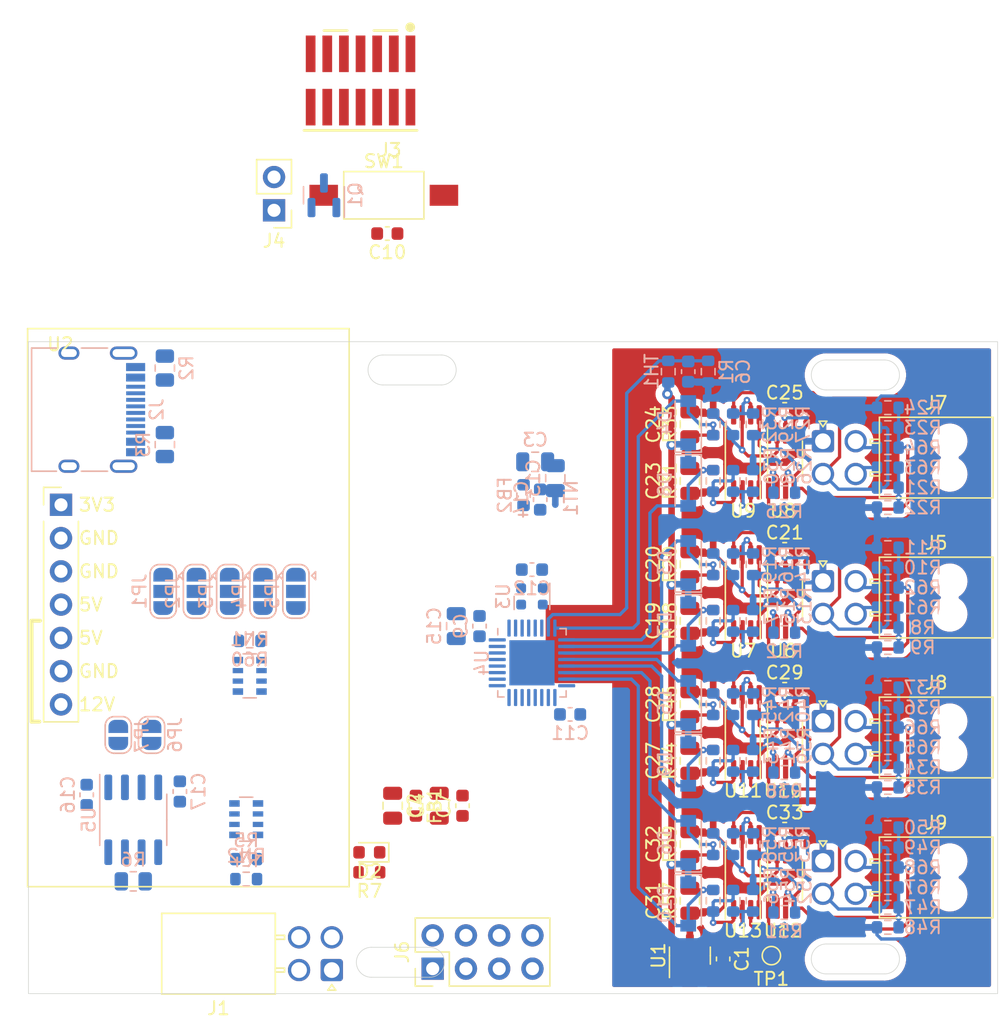
<source format=kicad_pcb>
(kicad_pcb (version 20211014) (generator pcbnew)
  (title_block (title "Template") (date "2022-04-19") (rev "V0") (company "E-Agle TRT"))
  (layers (0 "F.Cu" signal) (31 "B.Cu" signal) (34 "B.Paste" user) (35 "F.Paste" user) (36 "B.SilkS" user "B.Silkscreen") (37 "F.SilkS" user "F.Silkscreen") (38 "B.Mask" user) (39 "F.Mask" user) (44 "Edge.Cuts" user))
  (net 0 "")
  (net 1 "GNDA")
  (net 2 "/Temp")
  (net 3 "/2V5_OFFSET")
  (net 4 "+3V3")
  (net 5 "GND")
  (net 6 "+3.3VA")
  (net 7 "+5V")
  (net 8 "+5VA")
  (net 9 "Net-(D2-Pad2)")
  (net 10 "VDC")
  (net 11 "/CAN+")
  (net 12 "/MCU/SWDIO")
  (net 13 "/MCU/SWCLK")
  (net 14 "/CAN-")
  (net 15 "Net-(J2-PadA5)")
  (net 17 "/MCU/DBG_RX")
  (net 18 "/MCU/DBG_TX")
  (net 19 "Net-(J2-PadB5)")
  (net 20 "Net-(JP5-Pad2)")
  (net 22 "/MCU/USB_N")
  (net 24 "/MCU/USB_P")
  (net 27 "/MCU/I2C_SCL")
  (net 28 "/MCU/I2C_SDA")
  (net 31 "/MCU/USER_LED")
  (net 32 "/A0")
  (net 33 "/A1")
  (net 34 "/A2")
  (net 35 "/A3")
  (net 36 "/MCU/BOOT0")
  (net 37 "Net-(J4-Pad1)")
  (net 38 "/MCU/CAN_RX")
  (net 39 "/MCU/CLK")
  (net 40 "/Input Stage 2/RG1")
  (net 41 "/Input Stage 2/RG2")
  (net 42 "/Input Stage 1/RG1")
  (net 43 "/Input Stage 1/RG2")
  (net 44 "/Input Stage 3/RG1")
  (net 45 "/Input Stage 3/RG2")
  (net 46 "/Input Stage 4/RG1")
  (net 47 "/Input Stage 4/RG2")
  (net 48 "/Input Stage 2/IN_0-")
  (net 49 "/Input Stage 1/IN_0-")
  (net 50 "/Input Stage 3/IN_0-")
  (net 51 "/Input Stage 4/IN_0-")
  (net 52 "/Input Stage 4/OUT_SINGLE")
  (net 53 "/Input Stage 2/OUT_COM")
  (net 54 "/Input Stage 1/OUT_COM")
  (net 55 "/Input Stage 3/OUT_COM")
  (net 56 "/Input Stage 4/OUT_COM")
  (net 57 "/Input Stage 2/OUT_SINGLE_UNFLT")
  (net 58 "/Input Stage 2/OUT_COM_UNFLT")
  (net 59 "/Input Stage 1/OUT_SINGLE_UNFLT")
  (net 60 "/Input Stage 1/OUT_COM_UNFLT")
  (net 61 "/Input Stage 3/OUT_SINGLE_UNFLT")
  (net 62 "/Input Stage 3/OUT_COM_UNFLT")
  (net 63 "/Input Stage 4/OUT_SINGLE_UNFLT")
  (net 64 "/Input Stage 4/OUT_COM_UNFLT")
  (net 65 "/MCU/CAN_TX")
  (net 66 "/Input Stage 2/IN_0+")
  (net 67 "/Input Stage 2/IN_1+")
  (net 68 "/Input Stage 1/IN_0+")
  (net 69 "/Input Stage 1/IN_1+")
  (net 70 "/Input Stage 3/IN_0+")
  (net 71 "/Input Stage 3/IN_1+")
  (net 72 "/Input Stage 4/IN_0+")
  (net 73 "/Input Stage 4/IN_1+")
  (net 74 "/MCU/~{RESET}")
  (net 75 "/Input Stage 2/OUT_SINGLE")
  (net 76 "/Input Stage 1/OUT_SINGLE")
  (net 77 "/Input Stage 3/OUT_SINGLE")
  (net 78 "Net-(RN1-Pad4)")
  (net 79 "Net-(RN1-Pad3)")
  (net 80 "Net-(RN1-Pad2)")
  (net 81 "Net-(RN1-Pad1)")
  (net 82 "Net-(RN2-Pad8)")
  (net 83 "Net-(RN2-Pad7)")
  (net 84 "Net-(RN2-Pad6)")
  (net 85 "Net-(RN2-Pad5)")
  (net 86 "/MCU/Spare1")
  (net 87 "/MCU/Spare2")
  (net 88 "/Input Stage 2/IN_1-")
  (net 89 "/Input Stage 1/IN_1-")
  (net 90 "/Input Stage 3/IN_1-")
  (net 91 "/Input Stage 4/IN_1-")
  (net 92 "/Input Stage 2/IN_0")
  (net 93 "/Input Stage 2/IN_1")
  (net 94 "/Input Stage 1/IN_0")
  (net 95 "/Input Stage 1/IN_1")
  (net 96 "/Input Stage 3/IN_0")
  (net 97 "/Input Stage 3/IN_1")
  (net 98 "/Input Stage 4/IN_0")
  (net 99 "/Input Stage 4/IN_1")
  (footprint "Connector_Molex:Molex_Nano-Fit_105314-xx04_2x02_P2.50mm_Horizontal" (layer "F.Cu") (at 116.586 73.512)
    (fp_text reference "J7")
    (fp_text value "Input")
  )
  (footprint "TestPoint:TestPoint_Pad_D1.0mm" (layer "F.Cu") (at 112.649 112.776)
    (fp_text reference "TP1")
    (fp_text value "Offset")
  )
  (footprint "Capacitor_SMD:C_0805_2012Metric" (layer "F.Cu") (at 106.426 97.903332 -90)
    (fp_text reference "C27")
    (fp_text value "C")
  )
  (footprint "Resistor_SMD:R_0603_1608Metric" (layer "F.Cu") (at 108.204 108.584998 -90)
    (fp_text reference "R57")
    (fp_text value "R")
  )
  (footprint "Button_Switch_SMD:SW_SPST_FSMSM" (layer "F.Cu") (at 83.058 54.737)
    (fp_text reference "SW1")
    (fp_text value "RESET")
  )
  (footprint "Package_SO:MSOP-8_3x3mm_P0.65mm" (layer "F.Cu") (at 113.411 74.996 90)
    (fp_text reference "U8")
    (fp_text value "AD8221ARZ")
  )
  (footprint "Capacitor_SMD:C_0603_1608Metric" (layer "F.Cu") (at 113.665 103.123998 180)
    (fp_text reference "C33")
    (fp_text value "100n")
  )
  (footprint "Resistor_SMD:R_0603_1608Metric" (layer "F.Cu") (at 108.204 97.903332 -90)
    (fp_text reference "R44")
    (fp_text value "R")
  )
  (footprint "Capacitor_SMD:C_0805_2012Metric" (layer "F.Cu") (at 106.426 72.222 90)
    (fp_text reference "C24")
    (fp_text value "C")
  )
  (footprint "Capacitor_SMD:C_0603_1608Metric" (layer "F.Cu") (at 113.665 92.442332 180)
    (fp_text reference "C29")
    (fp_text value "100n")
  )
  (footprint "Capacitor_SMD:C_0805_2012Metric" (layer "F.Cu") (at 106.426 76.54 -90)
    (fp_text reference "C23")
    (fp_text value "C")
  )
  (footprint "Capacitor_SMD:C_0603_1608Metric" (layer "F.Cu") (at 108.966 113.03 -90)
    (fp_text reference "C1")
    (fp_text value "100n")
  )
  (footprint "Resistor_SMD:R_0603_1608Metric" (layer "F.Cu") (at 108.204 76.54 -90)
    (fp_text reference "R31")
    (fp_text value "R")
  )
  (footprint "Capacitor_SMD:C_0805_2012Metric" (layer "F.Cu") (at 87.288 101.334 90)
    (fp_text reference "C4")
    (fp_text value "C")
  )
  (footprint "Resistor_SMD:R_0603_1608Metric" (layer "F.Cu") (at 108.204 104.266998 90)
    (fp_text reference "R59")
    (fp_text value "R")
  )
  (footprint "Connector_Molex:Molex_Nano-Fit_105314-xx04_2x02_P2.50mm_Horizontal" (layer "F.Cu") (at 79.086 113.879 180)
    (fp_text reference "J1")
    (fp_text value "PWR/CAN")
  )
  (footprint "Capacitor_SMD:C_0805_2012Metric" (layer "F.Cu") (at 106.426 93.585332 90)
    (fp_text reference "C28")
    (fp_text value "C")
  )
  (footprint "Eagle_Connectors:SAMTEC_FTSH-107-01-L-DV-K-TR" (layer "F.Cu") (at 81.28 45.974 180)
    (fp_text reference "J3")
    (fp_text value "DBG")
  )
  (footprint "Package_SO:TSSOP-8_4.4x3mm_P0.65mm" (layer "F.Cu") (at 110.744 106.405998 90)
    (fp_text reference "U13")
    (fp_text value "Opamp_Dual")
  )
  (footprint "Package_SO:MSOP-8_3x3mm_P0.65mm" (layer "F.Cu") (at 113.411 96.359332 90)
    (fp_text reference "U10")
    (fp_text value "AD8221ARZ")
  )
  (footprint "Capacitor_SMD:C_0603_1608Metric" (layer "F.Cu") (at 113.665 71.079 180)
    (fp_text reference "C25")
    (fp_text value "100n")
  )
  (footprint "Connector_Molex:Molex_Nano-Fit_105314-xx04_2x02_P2.50mm_Horizontal" (layer "F.Cu") (at 116.586 105.556998)
    (fp_text reference "J9")
    (fp_text value "Input")
  )
  (footprint "Resistor_SMD:R_0603_1608Metric" (layer "F.Cu") (at 81.954 106.414 180)
    (fp_text reference "R7")
    (fp_text value "1k")
  )
  (footprint "Connector_PinHeader_2.54mm:PinHeader_2x04_P2.54mm_Vertical" (layer "F.Cu") (at 86.787 113.772 90)
    (fp_text reference "J6")
    (fp_text value "Aux")
  )
  (footprint "LED_SMD:LED_0603_1608Metric" (layer "F.Cu") (at 81.954 104.89 180)
    (fp_text reference "D2")
    (fp_text value "USER LED")
  )
  (footprint "Package_SO:TSSOP-8_4.4x3mm_P0.65mm" (layer "F.Cu") (at 110.744 85.042666 90)
    (fp_text reference "U7")
    (fp_text value "Opamp_Dual")
  )
  (footprint "Package_SO:TSSOP-8_4.4x3mm_P0.65mm" (layer "F.Cu") (at 110.744 95.724332 90)
    (fp_text reference "U11")
    (fp_text value "Opamp_Dual")
  )
  (footprint "Capacitor_SMD:C_0603_1608Metric" (layer "F.Cu") (at 113.665 81.760666 180)
    (fp_text reference "C21")
    (fp_text value "100n")
  )
  (footprint "Resistor_SMD:R_0603_1608Metric" (layer "F.Cu") (at 108.204 72.222 90)
    (fp_text reference "R33")
    (fp_text value "R")
  )
  (footprint "Connector_Molex:Molex_Nano-Fit_105314-xx04_2x02_P2.50mm_Horizontal" (layer "F.Cu") (at 116.586 94.875332)
    (fp_text reference "J8")
    (fp_text value "Input")
  )
  (footprint "Capacitor_SMD:C_0805_2012Metric" (layer "F.Cu") (at 83.732 101.334 -90)
    (fp_text reference "C2")
    (fp_text value "C")
  )
  (footprint "Inductor_SMD:L_0603_1608Metric" (layer "F.Cu") (at 85.51 101.334 -90)
    (fp_text reference "FB1")
    (fp_text value "FerriteBead")
  )
  (footprint "Package_TO_SOT_SMD:SOT-23" (layer "F.Cu") (at 106.426 112.776 90)
    (fp_text reference "U1")
    (fp_text value "MAX6025")
  )
  (footprint "Resistor_SMD:R_0603_1608Metric" (layer "F.Cu") (at 108.204 93.585332 90)
    (fp_text reference "R46")
    (fp_text value "R")
  )
  (footprint "Connector_PinHeader_2.54mm:PinHeader_1x02_P2.54mm_Vertical" (layer "F.Cu") (at 74.676 55.885 180)
    (fp_text reference "J4")
    (fp_text value "5V IN")
  )
  (footprint "Capacitor_SMD:C_0805_2012Metric" (layer "F.Cu") (at 106.426 108.584998 -90)
    (fp_text reference "C31")
    (fp_text value "C")
  )
  (footprint "Capacitor_SMD:C_0805_2012Metric" (layer "F.Cu") (at 106.426 104.266998 90)
    (fp_text reference "C32")
    (fp_text value "C")
  )
  (footprint "Capacitor_SMD:C_0805_2012Metric" (layer "F.Cu") (at 106.426 87.221666 -90)
    (fp_text reference "C19")
    (fp_text value "C")
  )
  (footprint "Connector_Molex:Molex_Nano-Fit_105314-xx04_2x02_P2.50mm_Horizontal" (layer "F.Cu") (at 116.586 84.193666)
    (fp_text reference "J5")
    (fp_text value "Input")
  )
  (footprint "Package_SO:MSOP-8_3x3mm_P0.65mm" (layer "F.Cu") (at 113.411 107.040998 90)
    (fp_text reference "U12")
    (fp_text value "AD8221ARZ")
  )
  (footprint "Package_SO:TSSOP-8_4.4x3mm_P0.65mm" (layer "F.Cu") (at 110.744 74.361 90)
    (fp_text reference "U9")
    (fp_text value "Opamp_Dual")
  )
  (footprint "Resistor_SMD:R_0603_1608Metric" (layer "F.Cu") (at 108.204 87.221666 -90)
    (fp_text reference "R18")
    (fp_text value "R")
  )
  (footprint "Resistor_SMD:R_0603_1608Metric" (layer "F.Cu") (at 108.204 82.903666 90)
    (fp_text reference "R20")
    (fp_text value "R")
  )
  (footprint "Capacitor_SMD:C_0603_1608Metric" (layer "F.Cu") (at 89.066 101.334 90)
    (fp_text reference "C7")
    (fp_text value "C")
  )
  (footprint "Eagle_Main:Tex_DCDC_v2_horizontal" (layer "F.Cu") (at 58.411 78.363)
    (fp_text reference "U2")
    (fp_text value "Tex_DCDC_v2")
  )
  (footprint "Capacitor_SMD:C_0603_1608Metric" (layer "F.Cu") (at 83.325 57.658 180)
    (fp_text reference "C10")
    (fp_text value "100n")
  )
  (footprint "Capacitor_SMD:C_0805_2012Metric" (layer "F.Cu") (at 106.426 82.903666 90)
    (fp_text reference "C20")
    (fp_text value "C")
  )
  (footprint "Package_SO:MSOP-8_3x3mm_P0.65mm" (layer "F.Cu") (at 113.411 85.677666 90)
    (fp_text reference "U6")
    (fp_text value "AD8221ARZ")
  )
  (footprint "Resistor_SMD:R_0603_1608Metric" (layer "B.Cu") (at 121.539 72.476)
    (fp_text reference "R23")
    (fp_text value "120 0.1%")
  )
  (footprint "Resistor_SMD:R_0603_1608Metric" (layer "B.Cu") (at 108.204 72.222 -90)
    (fp_text reference "R32")
    (fp_text value "R")
  )
  (footprint "Resistor_SMD:R_0603_1608Metric" (layer "B.Cu") (at 121.539 107.568998)
    (fp_text reference "R67")
    (fp_text value "R")
  )
  (footprint "Package_DFN_QFN:QFN-32-1EP_5x5mm_P0.5mm_EP3.45x3.45mm" (layer "B.Cu") (at 94.368 90.424 -90)
    (fp_text reference "U4")
    (fp_text value "STM32L432KCUx")
  )
  (footprint "Jumper:SolderJumper-3_P1.3mm_Open_RoundedPad1.0x1.5mm" (layer "B.Cu") (at 71.293 84.973 -90)
    (fp_text reference "JP3")
    (fp_text value "A2")
  )
  (footprint "Diode_SMD:D_SOD-123" (layer "B.Cu") (at 106.299 93.458332 90)
    (fp_text reference "D5")
    (fp_text value "D_Schottky")
  )
  (footprint "Resistor_SMD:R_0603_1608Metric" (layer "B.Cu") (at 109.728 87.221666 -90)
    (fp_text reference "R15")
    (fp_text value "R")
  )
  (footprint "Jumper:SolderJumper-2_P1.3mm_Open_RoundedPad1.0x1.5mm" (layer "B.Cu") (at 65.324 95.93 90)
    (fp_text reference "JP6")
    (fp_text value "USB N")
  )
  (footprint "Resistor_SMD:R_0603_1608Metric" (layer "B.Cu") (at 121.539 95.363332 180)
    (fp_text reference "R66")
    (fp_text value "R")
  )
  (footprint "Capacitor_SMD:C_0603_1608Metric" (layer "B.Cu") (at 60.371 100.502 -90)
    (fp_text reference "C16")
    (fp_text value "100n")
  )
  (footprint "Package_LGA:VLGA-4_2x2.5mm_P1.65mm" (layer "B.Cu") (at 94.368 85.354 -90)
    (fp_text reference "U3")
    (fp_text value "DSC61XX")
  )
  (footprint "Resistor_SMD:R_Array_Convex_4x0603" (layer "B.Cu") (at 72.552 102.361)
    (fp_text reference "RN2")
    (fp_text value "R")
  )
  (footprint "Diode_SMD:D_SOD-123" (layer "B.Cu") (at 106.299 104.139998 90)
    (fp_text reference "D6")
    (fp_text value "D_Schottky")
  )
  (footprint "Capacitor_SMD:C_0603_1608Metric" (layer "B.Cu") (at 90.363 87.623 -90)
    (fp_text reference "C9")
    (fp_text value "100n")
  )
  (footprint "Jumper:SolderJumper-3_P1.3mm_Open_RoundedPad1.0x1.5mm" (layer "B.Cu") (at 66.213 84.973 -90)
    (fp_text reference "JP1")
    (fp_text value "A0")
  )
  (footprint "Capacitor_SMD:C_0805_2012Metric" (layer "B.Cu") (at 96.15 76.327 -90)
    (fp_text reference "C13")
    (fp_text value "1u")
  )
  (footprint "Resistor_SMD:R_0603_1608Metric" (layer "B.Cu") (at 121.539 84.681666 180)
    (fp_text reference "R62")
    (fp_text value "R")
  )
  (footprint "Resistor_SMD:R_0603_1608Metric" (layer "B.Cu") (at 109.728 97.903332 -90)
    (fp_text reference "R41")
    (fp_text value "R")
  )
  (footprint "Jumper:SolderJumper-3_P1.3mm_Open_RoundedPad1.0x1.5mm" (layer "B.Cu") (at 73.833 84.973 -90)
    (fp_text reference "JP4")
    (fp_text value "A3")
  )
  (footprint "Resistor_SMD:R_0603_1608Metric" (layer "B.Cu") (at 121.539 106.044998 180)
    (fp_text reference "R68")
    (fp_text value "R")
  )
  (footprint "Resistor_SMD:R_0805_2012Metric" (layer "B.Cu") (at 63.927 107.106 180)
    (fp_text reference "R6")
    (fp_text value "120")
  )
  (footprint "Resistor_SMD:R_0603_1608Metric" (layer "B.Cu") (at 121.539 98.411332)
    (fp_text reference "R34")
    (fp_text value "120 0.1%")
  )
  (footprint "Resistor_SMD:R_0603_1608Metric" (layer "B.Cu") (at 108.204 93.585332 -90)
    (fp_text reference "R45")
    (fp_text value "R")
  )
  (footprint "Resistor_SMD:R_0603_1608Metric" (layer "B.Cu") (at 121.539 78.572 180)
    (fp_text reference "R22")
    (fp_text value "120 0.1%")
  )
  (footprint "Resistor_SMD:R_0603_1608Metric" (layer "B.Cu") (at 109.728 104.266998 90)
    (fp_text reference "R55")
    (fp_text value "R")
  )
  (footprint "Resistor_SMD:R_0603_1608Metric" (layer "B.Cu") (at 111.252 93.585332 -90)
    (fp_text reference "R40")
    (fp_text value "R")
  )
  (footprint "Resistor_SMD:R_0603_1608Metric" (layer "B.Cu") (at 121.539 110.616998 180)
    (fp_text reference "R48")
    (fp_text value "120 0.1%")
  )
  (footprint "Resistor_SMD:R_0603_1608Metric" (layer "B.Cu") (at 111.252 72.222 -90)
    (fp_text reference "R27")
    (fp_text value "R")
  )
  (footprint "Resistor_SMD:R_0603_1608Metric" (layer "B.Cu") (at 121.539 74 180)
    (fp_text reference "R64")
    (fp_text value "R")
  )
  (footprint "Capacitor_SMD:C_0603_1608Metric" (layer "B.Cu") (at 97.282 94.361)
    (fp_text reference "C11")
    (fp_text value "100n")
  )
  (footprint "Package_SO:SOIC-8_3.9x4.9mm_P1.27mm" (layer "B.Cu") (at 63.927 102.407 -90)
    (fp_text reference "U5")
    (fp_text value "MCP2562FD")
  )
  (footprint "Inductor_SMD:L_0603_1608Metric" (layer "B.Cu") (at 93.726 77.6225 -90)
    (fp_text reference "FB2")
    (fp_text value "FerriteBead")
  )
  (footprint "Resistor_SMD:R_0603_1608Metric" (layer "B.Cu") (at 121.539 99.935332 180)
    (fp_text reference "R35")
    (fp_text value "120 0.1%")
  )
  (footprint "Capacitor_SMD:C_0805_2012Metric" (layer "B.Cu") (at 94.615 75.0825 180)
    (fp_text reference "C3")
    (fp_text value "C")
  )
  (footprint "Resistor_SMD:R_0603_1608Metric" (layer "B.Cu") (at 121.539 102.996998 180)
    (fp_text reference "R50")
    (fp_text value "120 0.1%")
  )
  (footprint "Resistor_SMD:R_0603_1608Metric" (layer "B.Cu") (at 113.635404 98.799372)
    (fp_text reference "R38")
    (fp_text value "220k 0.1%")
  )
  (footprint "Resistor_SMD:R_0603_1608Metric" (layer "B.Cu") (at 111.252 76.54 90)
    (fp_text reference "R26")
    (fp_text value "R")
  )
  (footprint "Resistor_SMD:R_0603_1608Metric" (layer "B.Cu") (at 109.728 108.584998 -90)
    (fp_text reference "R54")
    (fp_text value "R")
  )
  (footprint "Resistor_SMD:R_0603_1608Metric" (layer "B.Cu") (at 108.204 108.584998 -90)
    (fp_text reference "R56")
    (fp_text value "R")
  )
  (footprint "Resistor_SMD:R_0805_2012Metric" (layer "B.Cu") (at 66.34 73.767 -90)
    (fp_text reference "R3")
    (fp_text value "5k1")
  )
  (footprint "Resistor_SMD:R_0603_1608Metric" (layer "B.Cu") (at 111.252 104.266998 -90)
    (fp_text reference "R53")
    (fp_text value "R")
  )
  (footprint "Resistor_SMD:R_0603_1608Metric" (layer "B.Cu") (at 109.728 82.903666 90)
    (fp_text reference "R16")
    (fp_text value "R")
  )
  (footprint "Resistor_SMD:R_0603_1608Metric" (layer "B.Cu") (at 72.817 88.753)
    (fp_text reference "R60")
    (fp_text value "R")
  )
  (footprint "Resistor_SMD:R_0603_1608Metric" (layer "B.Cu") (at 121.539 104.520998)
    (fp_text reference "R49")
    (fp_text value "120 0.1%")
  )
  (footprint "Resistor_SMD:R_0603_1608Metric" (layer "B.Cu") (at 121.539 93.839332)
    (fp_text reference "R36")
    (fp_text value "120 0.1%")
  )
  (footprint "Resistor_SMD:R_0603_1608Metric" (layer "B.Cu") (at 113.635404 77.43604)
    (fp_text reference "R25")
    (fp_text value "220k 0.1%")
  )
  (footprint "Capacitor_SMD:C_0805_2012Metric" (layer "B.Cu") (at 88.585 87.623 -90)
    (fp_text reference "C15")
    (fp_text value "10u")
  )
  (footprint "Resistor_SMD:R_0603_1608Metric" (layer "B.Cu") (at 111.252 82.903666 -90)
    (fp_text reference "R14")
    (fp_text value "R")
  )
  (footprint "Jumper:SolderJumper-3_P1.3mm_Open_RoundedPad1.0x1.5mm" (layer "B.Cu") (at 68.753 84.973 -90)
    (fp_text reference "JP2")
    (fp_text value "A1")
  )
  (footprint "Connector_USB:USB_C_Receptacle_HRO_TYPE-C-31-M-12" (layer "B.Cu") (at 60.065 71.1 90)
    (fp_text reference "J2")
    (fp_text value "USB C")
  )
  (footprint "Resistor_SMD:R_0603_1608Metric" (layer "B.Cu") (at 121.539 81.633666 180)
    (fp_text reference "R11")
    (fp_text value "120 0.1%")
  )
  (footprint "Resistor_SMD:R_0603_1608Metric" (layer "B.Cu") (at 121.539 89.253666 180)
    (fp_text reference "R9")
    (fp_text value "120 0.1%")
  )
  (footprint "Capacitor_SMD:C_0603_1608Metric" (layer "B.Cu") (at 94.368 83.312)
    (fp_text reference "C12")
    (fp_text value "100n")
  )
  (footprint "Diode_SMD:D_SOD-123" (layer "B.Cu") (at 106.299 82.776666 90)
    (fp_text reference "D3")
    (fp_text value "D_Schottky")
  )
  (footprint "Resistor_SMD:R_0603_1608Metric" (layer "B.Cu") (at 121.539 86.205666)
    (fp_text reference "R61")
    (fp_text value "R")
  )
  (footprint "Resistor_SMD:R_0603_1608Metric" (layer "B.Cu") (at 109.728 93.585332 90)
    (fp_text reference "R42")
    (fp_text value "R")
  )
  (footprint "Resistor_SMD:R_0603_1608Metric" (layer "B.Cu") (at 121.539 75.524)
    (fp_text reference "R63")
    (fp_text value "R")
  )
  (footprint "Resistor_SMD:R_0603_1608Metric" (layer "B.Cu") (at 108.204 104.266998 -90)
    (fp_text reference "R58")
    (fp_text value "R")
  )
  (footprint "Jumper:SolderJumper-2_P1.3mm_Open_RoundedPad1.0x1.5mm" (layer "B.Cu") (at 62.784 95.93 90)
    (fp_text reference "JP7")
    (fp_text value "USB P")
  )
  (footprint "Resistor_SMD:R_0603_1608Metric" (layer "B.Cu") (at 109.728 76.54 -90)
    (fp_text reference "R28")
    (fp_text value "R")
  )
  (footprint "Resistor_SMD:R_0603_1608Metric" (layer "B.Cu") (at 121.539 96.887332)
    (fp_text reference "R65")
    (fp_text value "R")
  )
  (footprint "Diode_SMD:D_SOD-123" (layer "B.Cu") (at 106.299 108.838998 -90)
    (fp_text reference "D10")
    (fp_text value "D_Schottky")
  )
  (footprint "Capacitor_SMD:C_0603_1608Metric" (layer "B.Cu") (at 94.996 77.965 -90)
    (fp_text reference "C14")
    (fp_text value "100n")
  )
  (footprint "Resistor_SMD:R_0603_1608Metric" (layer "B.Cu") (at 108.204 97.903332 -90)
    (fp_text reference "R43")
    (fp_text value "R")
  )
  (footprint "Resistor_SMD:R_0603_1608Metric" (layer "B.Cu") (at 111.252 97.903332 90)
    (fp_text reference "R39")
    (fp_text value "R")
  )
  (footprint "Resistor_SMD:R_0603_1608Metric" (layer "B.Cu") (at 108.204 82.903666 -90)
    (fp_text reference "R19")
    (fp_text value "R")
  )
  (footprint "Resistor_SMD:R_0603_1608Metric" (layer "B.Cu") (at 108.204 87.221666 -90)
    (fp_text reference "R17")
    (fp_text value "R")
  )
  (footprint "Capacitor_SMD:C_0603_1608Metric" (layer "B.Cu") (at 106.299 68.199 90)
    (fp_text reference "C6")
    (fp_text value "100n")
  )
  (footprint "Resistor_SMD:R_0603_1608Metric" (layer "B.Cu") (at 72.552 105.409 180)
    (fp_text reference "R5")
    (fp_text value "R")
  )
  (footprint "Resistor_SMD:R_0603_1608Metric" (layer "B.Cu") (at 111.252 108.584998 90)
    (fp_text reference "R52")
    (fp_text value "R")
  )
  (footprint "Resistor_SMD:R_0603_1608Metric" (layer "B.Cu") (at 104.775 68.199 90)
    (fp_text reference "TH1")
    (fp_text value "Thermistor")
  )
  (footprint "Capacitor_SMD:C_0603_1608Metric" (layer "B.Cu") (at 67.483 100.248 90)
    (fp_text reference "C17")
    (fp_text value "100n")
  )
  (footprint "NetTie:NetTie-2_SMD_Pad0.5mm" (layer "B.Cu") (at 96.15 77.851 90)
    (fp_text reference "NT1")
    (fp_text value "Net Tie")
  )
  (footprint "Package_TO_SOT_SMD:SOT-23" (layer "B.Cu") (at 78.486 54.737 90)
    (fp_text reference "Q1")
    (fp_text value "PMV65XP")
  )
  (footprint "Diode_SMD:D_SOD-123" (layer "B.Cu") (at 106.299 98.157332 -90)
    (fp_text reference "D9")
    (fp_text value "D_Schottky")
  )
  (footprint "Diode_SMD:D_SOD-123" (layer "B.Cu") (at 106.299 76.794 -90)
    (fp_text reference "D8")
    (fp_text value "D_Schottky")
  )
  (footprint "Resistor_SMD:R_0603_1608Metric" (layer "B.Cu") (at 111.252 87.221666 90)
    (fp_text reference "R13")
    (fp_text value "R")
  )
  (footprint "Resistor_SMD:R_0603_1608Metric" (layer "B.Cu") (at 107.823 68.199 -90)
    (fp_text reference "R1")
    (fp_text value "R")
  )
  (footprint "Resistor_SMD:R_0603_1608Metric" (layer "B.Cu") (at 113.635404 109.481038)
    (fp_text reference "R51")
    (fp_text value "220k 0.1%")
  )
  (footprint "Resistor_SMD:R_0603_1608Metric" (layer "B.Cu") (at 121.539 83.157666)
    (fp_text reference "R10")
    (fp_text value "120 0.1%")
  )
  (footprint "Resistor_SMD:R_0603_1608Metric" (layer "B.Cu") (at 72.552 106.933 180)
    (fp_text reference "R4")
    (fp_text value "R")
  )
  (footprint "Diode_SMD:D_SOD-123" (layer "B.Cu") (at 106.299 87.475666 -90)
    (fp_text reference "D7")
    (fp_text value "D_Schottky")
  )
  (footprint "Resistor_SMD:R_0603_1608Metric" (layer "B.Cu") (at 121.539 109.092998)
    (fp_text reference "R47")
    (fp_text value "120 0.1%")
  )
  (footprint "Resistor_SMD:R_Array_Convex_4x0603" (layer "B.Cu") (at 72.817 91.42 180)
    (fp_text reference "RN1")
    (fp_text value "R")
  )
  (footprint "Diode_SMD:D_SOD-123" (layer "B.Cu") (at 106.299 72.095 90)
    (fp_text reference "D4")
    (fp_text value "D_Schottky")
  )
  (footprint "Resistor_SMD:R_0603_1608Metric" (layer "B.Cu") (at 109.728 72.222 90)
    (fp_text reference "R29")
    (fp_text value "R")
  )
  (footprint "Resistor_SMD:R_0603_1608Metric" (layer "B.Cu") (at 121.539 92.315332 180)
    (fp_text reference "R37")
    (fp_text value "120 0.1%")
  )
  (footprint "Resistor_SMD:R_0603_1608Metric" (layer "B.Cu") (at 108.204 76.54 -90)
    (fp_text reference "R30")
    (fp_text value "R")
  )
  (footprint "Resistor_SMD:R_0603_1608Metric" (layer "B.Cu") (at 121.539 77.048)
    (fp_text reference "R21")
    (fp_text value "120 0.1%")
  )
  (footprint "Jumper:SolderJumper-3_P1.3mm_Open_RoundedPad1.0x1.5mm" (layer "B.Cu") (at 76.346 84.973 -90)
    (fp_text reference "JP5")
    (fp_text value "BOOT0")
  )
  (footprint "Resistor_SMD:R_0603_1608Metric" (layer "B.Cu") (at 121.539 87.729666)
    (fp_text reference "R8")
    (fp_text value "120 0.1%")
  )
  (footprint "Resistor_SMD:R_0603_1608Metric" (layer "B.Cu") (at 121.539 70.952 180)
    (fp_text reference "R24")
    (fp_text value "120 0.1%")
  )
  (footprint "Resistor_SMD:R_0805_2012Metric" (layer "B.Cu") (at 66.34 67.925 90)
    (fp_text reference "R2")
    (fp_text value "5k1")
  )
  (footprint "Resistor_SMD:R_0603_1608Metric" (layer "B.Cu") (at 113.635404 88.117706)
    (fp_text reference "R12")
    (fp_text value "220k 0.1%")
  )
  (gr_line (start 116.84 111.887) (end 121.285 111.887) (layer "Edge.Cuts") (width 0.05))
  (gr_arc (start 82.9945 69.215) (mid 81.8515 68.072) (end 82.9945 66.929) (layer "Edge.Cuts") (width 0.05))
  (gr_arc (start 121.285 67.31) (mid 122.428 68.453) (end 121.285 69.596) (layer "Edge.Cuts") (width 0.05))
  (gr_line (start 82.9945 66.929) (end 87.4395 66.929) (layer "Edge.Cuts") (width 0.05))
  (gr_arc (start 82.1055 114.427) (mid 80.9625 113.284) (end 82.1055 112.141) (layer "Edge.Cuts") (width 0.05))
  (gr_arc (start 121.285 111.887) (mid 122.428 113.03) (end 121.285 114.173) (layer "Edge.Cuts") (width 0.05))
  (gr_line (start 116.84 114.173) (end 121.285 114.173) (layer "Edge.Cuts") (width 0.05))
  (gr_arc (start 116.84 114.173) (mid 115.697 113.03) (end 116.84 111.887) (layer "Edge.Cuts") (width 0.05))
  (gr_line (start 82.9945 69.215) (end 87.4395 69.215) (layer "Edge.Cuts") (width 0.05))
  (gr_rect (start 129.921 65.913) (end 55.926 115.677) (layer "Edge.Cuts") (width 0.05) (fill none))
  (gr_line (start 116.84 69.596) (end 121.285 69.596) (layer "Edge.Cuts") (width 0.05))
  (gr_line (start 116.84 67.31) (end 121.285 67.31) (layer "Edge.Cuts") (width 0.05))
  (gr_line (start 82.1055 114.427) (end 86.5505 114.427) (layer "Edge.Cuts") (width 0.05))
  (gr_arc (start 86.5505 112.141) (mid 87.6935 113.284) (end 86.5505 114.427) (layer "Edge.Cuts") (width 0.05))
  (gr_arc (start 116.84 69.596) (mid 115.697 68.453) (end 116.84 67.31) (layer "Edge.Cuts") (width 0.05))
  (gr_arc (start 87.4395 66.929) (mid 88.5825 68.072) (end 87.4395 69.215) (layer "Edge.Cuts") (width 0.05))
  (gr_line (start 82.1055 112.141) (end 86.5505 112.141) (layer "Edge.Cuts") (width 0.05))
  (segment (start 111.719 76.161808) (end 111.719 77.2235) (width 0.25) (layer "F.Cu") (net 1))
  (segment (start 111.719 86.843474) (end 111.719 87.905166) (width 0.25) (layer "F.Cu") (net 1))
  (segment (start 111.719 97.52514) (end 111.719 98.586832) (width 0.25) (layer "F.Cu") (net 1))
  (segment (start 111.719 108.206806) (end 111.719 109.268498) (width 0.25) (layer "F.Cu") (net 1))
  (segment (start 115.824 71.079) (end 116.586 71.841) (width 0.25) (layer "F.Cu") (net 1))
  (segment (start 115.824 81.760666) (end 116.586 82.522666) (width 0.25) (layer "F.Cu") (net 1))
  (segment (start 115.824 92.442332) (end 116.586 93.204332) (width 0.25) (layer "F.Cu") (net 1))
  (segment (start 115.824 103.123998) (end 116.586 103.885998) (width 0.25) (layer "F.Cu") (net 1))
  (segment (start 109.093 76.921) (end 109.093 75.27) (width 0.25) (layer "F.Cu") (net 1))
  (segment (start 109.093 87.602666) (end 109.093 85.951666) (width 0.25) (layer "F.Cu") (net 1))
  (segment (start 109.093 98.284332) (end 109.093 96.633332) (width 0.25) (layer "F.Cu") (net 1))
  (segment (start 109.093 108.965998) (end 109.093 107.314998) (width 0.25) (layer "F.Cu") (net 1))
  (segment (start 109.093 72.222) (end 109.093 75.27) (width 0.25) (layer "F.Cu") (net 1))
  (segment (start 109.093 82.903666) (end 109.093 85.951666) (width 0.25) (layer "F.Cu") (net 1))
  (segment (start 109.093 93.585332) (end 109.093 96.633332) (width 0.25) (layer "F.Cu") (net 1))
  (segment (start 109.093 104.266998) (end 109.093 107.314998) (width 0.25) (layer "F.Cu") (net 1))
  (segment (start 112.268 75.27) (end 112.268 75.612808) (width 0.25) (layer "F.Cu") (net 1))
  (segment (start 112.268 85.951666) (end 112.268 86.294474) (width 0.25) (layer "F.Cu") (net 1))
  (segment (start 112.268 96.633332) (end 112.268 96.97614) (width 0.25) (layer "F.Cu") (net 1))
  (segment (start 112.268 107.314998) (end 112.268 107.657806) (width 0.25) (layer "F.Cu") (net 1))
  (segment (start 112.268 75.612808) (end 111.719 76.161808) (width 0.25) (layer "F.Cu") (net 1))
  (segment (start 112.268 86.294474) (end 111.719 86.843474) (width 0.25) (layer "F.Cu") (net 1))
  (segment (start 112.268 96.97614) (end 111.719 97.52514) (width 0.25) (layer "F.Cu") (net 1))
  (segment (start 112.268 107.657806) (end 111.719 108.206806) (width 0.25) (layer "F.Cu") (net 1))
  (segment (start 108.204 77.365) (end 108.649 77.365) (width 0.25) (layer "F.Cu") (net 1))
  (segment (start 108.204 88.046666) (end 108.649 88.046666) (width 0.25) (layer "F.Cu") (net 1))
  (segment (start 108.204 98.728332) (end 108.649 98.728332) (width 0.25) (layer "F.Cu") (net 1))
  (segment (start 108.204 109.409998) (end 108.649 109.409998) (width 0.25) (layer "F.Cu") (net 1))
  (segment (start 114.386 74.676) (end 113.792 75.27) (width 0.25) (layer "F.Cu") (net 1))
  (segment (start 114.386 85.357666) (end 113.792 85.951666) (width 0.25) (layer "F.Cu") (net 1))
  (segment (start 114.386 96.039332) (end 113.792 96.633332) (width 0.25) (layer "F.Cu") (net 1))
  (segment (start 114.386 106.720998) (end 113.792 107.314998) (width 0.25) (layer "F.Cu") (net 1))
  (segment (start 106.426 71.272) (end 108.079 71.272) (width 0.25) (layer "F.Cu") (net 1))
  (segment (start 106.426 81.953666) (end 108.079 81.953666) (width 0.25) (layer "F.Cu") (net 1))
  (segment (start 106.426 92.635332) (end 108.079 92.635332) (width 0.25) (layer "F.Cu") (net 1))
  (segment (start 106.426 103.316998) (end 108.079 103.316998) (width 0.25) (layer "F.Cu") (net 1))
  (segment (start 108.649 77.365) (end 109.093 76.921) (width 0.25) (layer "F.Cu") (net 1))
  (segment (start 108.649 88.046666) (end 109.093 87.602666) (width 0.25) (layer "F.Cu") (net 1))
  (segment (start 108.649 98.728332) (end 109.093 98.284332) (width 0.25) (layer "F.Cu") (net 1))
  (segment (start 108.649 109.409998) (end 109.093 108.965998) (width 0.25) (layer "F.Cu") (net 1))
  (segment (start 114.386 72.8835) (end 114.386 71.133) (width 0.25) (layer "F.Cu") (net 1))
  (segment (start 114.386 83.565166) (end 114.386 81.814666) (width 0.25) (layer "F.Cu") (net 1))
  (segment (start 114.386 94.246832) (end 114.386 92.496332) (width 0.25) (layer "F.Cu") (net 1))
  (segment (start 114.386 104.928498) (end 114.386 103.177998) (width 0.25) (layer "F.Cu") (net 1))
  (segment (start 114.386 72.8835) (end 114.386 74.676) (width 0.25) (layer "F.Cu") (net 1))
  (segment (start 114.386 83.565166) (end 114.386 85.357666) (width 0.25) (layer "F.Cu") (net 1))
  (segment (start 114.386 94.246832) (end 114.386 96.039332) (width 0.25) (layer "F.Cu") (net 1))
  (segment (start 114.386 104.928498) (end 114.386 106.720998) (width 0.25) (layer "F.Cu") (net 1))
  (segment (start 113.792 75.27) (end 112.268 75.27) (width 0.25) (layer "F.Cu") (net 1))
  (segment (start 113.792 85.951666) (end 112.268 85.951666) (width 0.25) (layer "F.Cu") (net 1))
  (segment (start 113.792 96.633332) (end 112.268 96.633332) (width 0.25) (layer "F.Cu") (net 1))
  (segment (start 113.792 107.314998) (end 112.268 107.314998) (width 0.25) (layer "F.Cu") (net 1))
  (segment (start 108.268 71.397) (end 109.093 72.222) (width 0.25) (layer "F.Cu") (net 1))
  (segment (start 108.268 82.078666) (end 109.093 82.903666) (width 0.25) (layer "F.Cu") (net 1))
  (segment (start 108.268 92.760332) (end 109.093 93.585332) (width 0.25) (layer "F.Cu") (net 1))
  (segment (start 108.268 103.441998) (end 109.093 104.266998) (width 0.25) (layer "F.Cu") (net 1))
  (segment (start 116.586 71.841) (end 116.586 73.492) (width 0.25) (layer "F.Cu") (net 1))
  (segment (start 116.586 82.522666) (end 116.586 84.173666) (width 0.25) (layer "F.Cu") (net 1))
  (segment (start 116.586 93.204332) (end 116.586 94.855332) (width 0.25) (layer "F.Cu") (net 1))
  (segment (start 116.586 103.885998) (end 116.586 105.536998) (width 0.25) (layer "F.Cu") (net 1))
  (segment (start 114.44 71.079) (end 115.824 71.079) (width 0.25) (layer "F.Cu") (net 1))
  (segment (start 114.44 81.760666) (end 115.824 81.760666) (width 0.25) (layer "F.Cu") (net 1))
  (segment (start 114.44 92.442332) (end 115.824 92.442332) (width 0.25) (layer "F.Cu") (net 1))
  (segment (start 114.44 103.123998) (end 115.824 103.123998) (width 0.25) (layer "F.Cu") (net 1))
  (segment (start 106.426 77.49) (end 108.079 77.49) (width 0.25) (layer "F.Cu") (net 1))
  (segment (start 106.426 88.171666) (end 108.079 88.171666) (width 0.25) (layer "F.Cu") (net 1))
  (segment (start 106.426 98.853332) (end 108.079 98.853332) (width 0.25) (layer "F.Cu") (net 1))
  (segment (start 106.426 109.534998) (end 108.079 109.534998) (width 0.25) (layer "F.Cu") (net 1))
  (segment (start 112.268 75.27) (end 109.093 75.27) (width 0.25) (layer "F.Cu") (net 1))
  (segment (start 112.268 85.951666) (end 109.093 85.951666) (width 0.25) (layer "F.Cu") (net 1))
  (segment (start 112.268 96.633332) (end 109.093 96.633332) (width 0.25) (layer "F.Cu") (net 1))
  (segment (start 112.268 107.314998) (end 109.093 107.314998) (width 0.25) (layer "F.Cu") (net 1))
  (via (at 112.268 107.314998) (size 0.5) (drill 0.2) (layers "F.Cu" "B.Cu") (net 1))
  (via (at 112.268 75.27) (size 0.5) (drill 0.2) (layers "F.Cu" "B.Cu") (net 1))
  (via (at 112.268 85.951666) (size 0.5) (drill 0.2) (layers "F.Cu" "B.Cu") (net 1))
  (via (at 112.268 96.633332) (size 0.5) (drill 0.2) (layers "F.Cu" "B.Cu") (net 1))
  (segment (start 120.714 70.38) (end 120.714 70.952) (width 0.25) (layer "B.Cu") (net 1))
  (segment (start 120.714 91.743332) (end 120.714 92.315332) (width 0.25) (layer "B.Cu") (net 1))
  (segment (start 121.031 100.824332) (end 123.063 100.824332) (width 0.25) (layer "B.Cu") (net 1))
  (segment (start 120.714 79.144) (end 121.031 79.461) (width 0.25) (layer "B.Cu") (net 1))
  (segment (start 123.698 80.998666) (end 123.444 80.744666) (width 0.25) (layer "B.Cu") (net 1))
  (segment (start 123.063 90.142666) (end 123.698 89.507666) (width 0.25) (layer "B.Cu") (net 1))
  (segment (start 123.444 80.744666) (end 121.031 80.744666) (width 0.25) (layer "B.Cu") (net 1))
  (segment (start 121.031 80.744666) (end 120.714 81.061666) (width 0.25) (layer "B.Cu") (net 1))
  (segment (start 120.714 102.996998) (end 120.714 102.424998) (width 0.25) (layer "B.Cu") (net 1))
  (segment (start 120.714 89.825666) (end 121.031 90.142666) (width 0.25) (layer "B.Cu") (net 1))
  (segment (start 121.031 70.063) (end 120.714 70.38) (width 0.25) (layer "B.Cu") (net 1))
  (segment (start 121.031 91.426332) (end 120.714 91.743332) (width 0.25) (layer "B.Cu") (net 1))
  (segment (start 111.823 75.715) (end 112.268 75.27) (width 0.25) (layer "B.Cu") (net 1))
  (segment (start 111.823 86.396666) (end 112.268 85.951666) (width 0.25) (layer "B.Cu") (net 1))
  (segment (start 111.823 97.078332) (end 112.268 96.633332) (width 0.25) (layer "B.Cu") (net 1))
  (segment (start 111.823 107.759998) (end 112.268 107.314998) (width 0.25) (layer "B.Cu") (net 1))
  (segment (start 123.063 79.461) (end 123.698 78.826) (width 0.25) (layer "B.Cu") (net 1))
  (segment (start 121.031 79.461) (end 123.063 79.461) (width 0.25) (layer "B.Cu") (net 1))
  (segment (start 120.714 78.572) (end 120.714 79.144) (width 0.25) (layer "B.Cu") (net 1))
  (segment (start 120.714 99.935332) (end 120.714 100.507332) (width 0.25) (layer "B.Cu") (net 1))
  (segment (start 111.252 75.715) (end 111.252 73.047) (width 0.25) (layer "B.Cu") (net 1))
  (segment (start 111.252 86.396666) (end 111.252 83.728666) (width 0.25) (layer "B.Cu") (net 1))
  (segment (start 111.252 97.078332) (end 111.252 94.410332) (width 0.25) (layer "B.Cu") (net 1))
  (segment (start 111.252 107.759998) (end 111.252 105.091998) (width 0.25) (layer "B.Cu") (net 1))
  (segment (start 116.586 73.492) (end 116.586 72.222) (width 0.25) (layer "B.Cu") (net 1))
  (segment (start 116.586 84.173666) (end 116.586 82.903666) (width 0.25) (layer "B.Cu") (net 1))
  (segment (start 116.586 94.855332) (end 116.586 93.585332) (width 0.25) (layer "B.Cu") (net 1))
  (segment (start 116.586 105.536998) (end 116.586 104.266998) (width 0.25) (layer "B.Cu") (net 1))
  (segment (start 106.299 68.974) (end 107.773 68.974) (width 0.5) (layer "B.Cu") (net 1))
  (segment (start 120.714 102.424998) (end 121.031 102.107998) (width 0.25) (layer "B.Cu") (net 1))
  (segment (start 120.714 111.188998) (end 120.714 110.616998) (width 0.25) (layer "B.Cu") (net 1))
  (segment (start 111.252 75.715) (end 111.823 75.715) (width 0.25) (layer "B.Cu") (net 1))
  (segment (start 111.252 86.396666) (end 111.823 86.396666) (width 0.25) (layer "B.Cu") (net 1))
  (segment (start 111.252 97.078332) (end 111.823 97.078332) (width 0.25) (layer "B.Cu") (net 1))
  (segment (start 111.252 107.759998) (end 111.823 107.759998) (width 0.25) (layer "B.Cu") (net 1))
  (segment (start 121.031 102.107998) (end 123.444 102.107998) (width 0.25) (layer "B.Cu") (net 1))
  (segment (start 121.031 90.142666) (end 123.063 90.142666) (width 0.25) (layer "B.Cu") (net 1))
  (segment (start 123.698 78.826) (end 123.698 70.317) (width 0.25) (layer "B.Cu") (net 1))
  (segment (start 123.698 100.189332) (end 123.698 91.680332) (width 0.25) (layer "B.Cu") (net 1))
  (segment (start 123.698 70.317) (end 123.444 70.063) (width 0.25) (layer "B.Cu") (net 1))
  (segment (start 123.698 91.680332) (end 123.444 91.426332) (width 0.25) (layer "B.Cu") (net 1))
  (segment (start 120.714 81.061666) (end 120.714 81.633666) (width 0.25) (layer "B.Cu") (net 1))
  (segment (start 123.698 89.507666) (end 123.698 80.998666) (width 0.25) (layer "B.Cu") (net 1))
  (segment (start 123.444 102.107998) (end 123.698 102.361998) (width 0.25) (layer "B.Cu") (net 1))
  (segment (start 117.856 70.952) (end 120.714 70.952) (width 0.25) (layer "B.Cu") (net 1))
  (segment (start 117.856 81.633666) (end 120.714 81.633666) (width 0.25) (layer "B.Cu") (net 1))
  (segment (start 117.856 92.315332) (end 120.714 92.315332) (width 0.25) (layer "B.Cu") (net 1))
  (segment (start 117.856 102.996998) (end 120.714 102.996998) (width 0.25) (layer "B.Cu") (net 1))
  (segment (start 116.586 72.222) (end 117.856 70.952) (width 0.25) (layer "B.Cu") (net 1))
  (segment (start 116.586 82.903666) (end 117.856 81.633666) (width 0.25) (layer "B.Cu") (net 1))
  (segment (start 116.586 93.585332) (end 117.856 92.315332) (width 0.25) (layer "B.Cu") (net 1))
  (segment (start 116.586 104.266998) (end 117.856 102.996998) (width 0.25) (layer "B.Cu") (net 1))
  (segment (start 120.714 89.253666) (end 120.714 89.825666) (width 0.25) (layer "B.Cu") (net 1))
  (segment (start 123.698 100.189332) (end 123.063 100.824332) (width 0.25) (layer "B.Cu") (net 1))
  (segment (start 123.698 110.870998) (end 123.063 111.505998) (width 0.25) (layer "B.Cu") (net 1))
  (segment (start 123.698 102.361998) (end 123.698 110.870998) (width 0.25) (layer "B.Cu") (net 1))
  (segment (start 121.031 100.824332) (end 120.714 100.507332) (width 0.25) (layer "B.Cu") (net 1))
  (segment (start 121.031 111.505998) (end 120.714 111.188998) (width 0.25) (layer "B.Cu") (net 1))
  (segment (start 123.444 70.063) (end 121.031 70.063) (width 0.25) (layer "B.Cu") (net 1))
  (segment (start 123.444 91.426332) (end 121.031 91.426332) (width 0.25) (layer "B.Cu") (net 1))
  (segment (start 123.063 111.505998) (end 121.031 111.505998) (width 0.25) (layer "B.Cu") (net 1))
  (segment (start 104.775 67.374) (end 106.249 67.374) (width 0.25) (layer "B.Cu") (net 2))
  (segment (start 95.618 87.073992) (end 95.950992 86.741) (width 0.25) (layer "B.Cu") (net 2))
  (segment (start 104.076 67.374) (end 104.775 67.374) (width 0.25) (layer "B.Cu") (net 2))
  (segment (start 95.618 87.9865) (end 95.618 87.073992) (width 0.25) (layer "B.Cu") (net 2))
  (segment (start 101.6 86.233) (end 101.6 69.85) (width 0.25) (layer "B.Cu") (net 2))
  (segment (start 107.823 67.374) (end 106.349 67.374) (width 0.25) (layer "B.Cu") (net 2))
  (segment (start 95.950992 86.741) (end 101.092 86.741) (width 0.25) (layer "B.Cu") (net 2))
  (segment (start 101.092 86.741) (end 101.6 86.233) (width 0.25) (layer "B.Cu") (net 2))
  (segment (start 101.6 69.85) (end 104.076 67.374) (width 0.25) (layer "B.Cu") (net 2))
  (segment (start 113.736 71.790449) (end 113.665 71.719449) (width 0.25) (layer "F.Cu") (net 3))
  (segment (start 113.736 82.472115) (end 113.665 82.401115) (width 0.25) (layer "F.Cu") (net 3))
  (segment (start 113.736 93.153781) (end 113.665 93.082781) (width 0.25) (layer "F.Cu") (net 3))
  (segment (start 113.736 103.835447) (end 113.665 103.764447) (width 0.25) (layer "F.Cu") (net 3))
  (segment (start 113.736 72.8835) (end 113.736 71.790449) (width 0.25) (layer "F.Cu") (net 3))
  (segment (start 113.736 83.565166) (end 113.736 82.472115) (width 0.25) (layer "F.Cu") (net 3))
  (segment (start 113.736 94.246832) (end 113.736 93.153781) (width 0.25) (layer "F.Cu") (net 3))
  (segment (start 113.736 104.928498) (end 113.736 103.835447) (width 0.25) (layer "F.Cu") (net 3))
  (via (at 113.665 103.764447) (size 0.5) (drill 0.2) (layers "F.Cu" "B.Cu") (net 3))
  (via (at 113.665 82.401115) (size 0.5) (drill 0.2) (layers "F.Cu" "B.Cu") (net 3))
  (via (at 113.665 93.082781) (size 0.5) (drill 0.2) (layers "F.Cu" "B.Cu") (net 3))
  (via (at 113.665 71.719449) (size 0.5) (drill 0.2) (layers "F.Cu" "B.Cu") (net 3))
  (segment (start 113.665 82.401115) (end 115.384449 82.401115) (width 0.25) (layer "B.Cu") (net 3))
  (segment (start 113.665 103.764447) (end 115.384449 103.764447) (width 0.25) (layer "B.Cu") (net 3))
  (segment (start 115.384449 71.719449) (end 115.411 71.746) (width 0.25) (layer "B.Cu") (net 3))
  (segment (start 115.384449 93.082781) (end 115.411 93.109332) (width 0.25) (layer "B.Cu") (net 3))
  (segment (start 115.411 83.550666) (end 115.411 82.427666) (width 0.25) (layer "B.Cu") (net 3))
  (segment (start 115.384449 82.401115) (end 115.411 82.427666) (width 0.25) (layer "B.Cu") (net 3))
  (segment (start 115.384449 103.764447) (end 115.411 103.790998) (width 0.25) (layer "B.Cu") (net 3))
  (segment (start 115.411 104.996998) (end 115.411 103.790998) (width 0.25) (layer "B.Cu") (net 3))
  (segment (start 113.665 71.719449) (end 115.384449 71.719449) (width 0.25) (layer "B.Cu") (net 3))
  (segment (start 113.665 93.082781) (end 115.384449 93.082781) (width 0.25) (layer "B.Cu") (net 3))
  (segment (start 115.411 101.234734) (end 115.411 93.109332) (width 0.25) (layer "B.Cu") (net 3))
  (segment (start 105.029 105.791) (end 105.029 95.123) (width 0.5) (layer "F.Cu") (net 6))
  (segment (start 105.476 113.7135) (end 105.476 112.588) (width 0.5) (layer "F.Cu") (net 6))
  (segment (start 105.029 84.455) (end 105.029 73.787) (width 0.5) (layer "F.Cu") (net 6))
  (segment (start 105.029 112.141) (end 105.029 105.791) (width 0.5) (layer "F.Cu") (net 6))
  (segment (start 105.029 70.223906) (end 104.711462 69.906368) (width 0.5) (layer "F.Cu") (net 6))
  (segment (start 105.029 95.123) (end 105.029 84.455) (width 0.5) (layer "F.Cu") (net 6))
  (segment (start 105.476 112.588) (end 105.156 112.268) (width 0.5) (layer "F.Cu") (net 6))
  (segment (start 105.029 73.787) (end 105.029 70.223906) (width 0.5) (layer "F.Cu") (net 6))
  (segment (start 105.156 112.268) (end 105.029 112.141) (width 0.5) (layer "F.Cu") (net 6))
  (via (at 105.029 105.791) (size 0.8) (drill 0.4) (layers "F.Cu" "B.Cu") (net 6))
  (via (at 104.711462 69.906368) (size 0.8) (drill 0.4) (layers "F.Cu" "B.Cu") (net 6))
  (via (at 105.029 84.455) (size 0.8) (drill 0.4) (layers "F.Cu" "B.Cu") (net 6))
  (via (at 105.029 95.123) (size 0.8) (drill 0.4) (layers "F.Cu" "B.Cu") (net 6))
  (via (at 105.029 73.787) (size 0.8) (drill 0.4) (layers "F.Cu" "B.Cu") (net 6))
  (segment (start 106.299 84.426666) (end 106.299 85.825666) (width 0.5) (layer "B.Cu") (net 6))
  (segment (start 106.299 105.789998) (end 106.299 107.188998) (width 0.5) (layer "B.Cu") (net 6))
  (segment (start 106.299 105.789998) (end 105.030002 105.789998) (width 0.5) (layer "B.Cu") (net 6))
  (segment (start 105.057334 84.426666) (end 105.029 84.455) (width 0.5) (layer "B.Cu") (net 6))
  (segment (start 104.711462 69.906368) (end 104.711462 69.087538) (width 0.5) (layer "B.Cu") (net 6))
  (segment (start 105.030002 105.789998) (end 105.029 105.791) (width 0.5) (layer "B.Cu") (net 6))
  (segment (start 105.043668 95.108332) (end 105.029 95.123) (width 0.5) (layer "B.Cu") (net 6))
  (segment (start 106.299 95.108332) (end 106.299 96.507332) (width 0.5) (layer "B.Cu") (net 6))
  (segment (start 106.299 84.426666) (end 105.057334 84.426666) (width 0.5) (layer "B.Cu") (net 6))
  (segment (start 106.299 73.745) (end 105.071 73.745) (width 0.5) (layer "B.Cu") (net 6))
  (segment (start 106.299 73.745) (end 106.299 75.144) (width 0.5) (layer "B.Cu") (net 6))
  (segment (start 106.299 95.108332) (end 105.043668 95.108332) (width 0.5) (layer "B.Cu") (net 6))
  (segment (start 105.071 73.745) (end 105.029 73.787) (width 0.5) (layer "B.Cu") (net 6))
  (segment (start 109.769 71.4985) (end 109.769 70.403) (width 0.25) (layer "F.Cu") (net 8))
  (segment (start 109.769 82.180166) (end 109.769 81.084666) (width 0.25) (layer "F.Cu") (net 8))
  (segment (start 109.769 92.861832) (end 109.769 91.766332) (width 0.25) (layer "F.Cu") (net 8))
  (segment (start 109.769 103.543498) (end 109.769 102.447998) (width 0.25) (layer "F.Cu") (net 8))
  (segment (start 115.824 91.172332) (end 112.903 91.172332) (width 0.25) (layer "F.Cu") (net 8))
  (segment (start 115.824 69.809) (end 112.903 69.809) (width 0.25) (layer "F.Cu") (net 8))
  (segment (start 115.824 80.490666) (end 112.903 80.490666) (width 0.25) (layer "F.Cu") (net 8))
  (segment (start 115.824 101.853998) (end 112.903 101.853998) (width 0.25) (layer "F.Cu") (net 8))
  (segment (start 112.89 91.185332) (end 112.903 91.172332) (width 0.25) (layer "F.Cu") (net 8))
  (segment (start 112.89 69.822) (end 112.903 69.809) (width 0.25) (layer "F.Cu") (net 8))
  (segment (start 112.89 80.503666) (end 112.903 80.490666) (width 0.25) (layer "F.Cu") (net 8))
  (segment (start 112.89 101.866998) (end 112.903 101.853998) (width 0.25) (layer "F.Cu") (net 8))
  (segment (start 111.024702 91.172332) (end 112.903 91.172332) (width 0.25) (layer "F.Cu") (net 8))
  (segment (start 111.024702 69.809) (end 112.903 69.809) (width 0.25) (layer "F.Cu") (net 8))
  (segment (start 111.024702 80.490666) (end 112.903 80.490666) (width 0.25) (layer "F.Cu") (net 8))
  (segment (start 111.024702 101.853998) (end 112.903 101.853998) (width 0.25) (layer "F.Cu") (net 8))
  (segment (start 109.769 91.766332) (end 110.369596 91.165736) (width 0.25) (layer "F.Cu") (net 8))
  (segment (start 109.769 70.403) (end 110.369596 69.802404) (width 0.25) (layer "F.Cu") (net 8))
  (segment (start 109.769 81.084666) (end 110.369596 80.48407) (width 0.25) (layer "F.Cu") (net 8))
  (segment (start 109.769 102.447998) (end 110.369596 101.847402) (width 0.25) (layer "F.Cu") (net 8))
  (segment (start 112.89 92.442332) (end 112.89 91.185332) (width 0.25) (layer "F.Cu") (net 8))
  (segment (start 112.89 71.079) (end 112.89 69.822) (width 0.25) (layer "F.Cu") (net 8))
  (segment (start 112.89 81.760666) (end 112.89 80.503666) (width 0.25) (layer "F.Cu") (net 8))
  (segment (start 112.89 103.123998) (end 112.89 101.866998) (width 0.25) (layer "F.Cu") (net 8))
  (segment (start 111.018106 91.165736) (end 111.024702 91.172332) (width 0.25) (layer "F.Cu") (net 8))
  (segment (start 111.018106 69.802404) (end 111.024702 69.809) (width 0.25) (layer "F.Cu") (net 8))
  (segment (start 111.018106 80.48407) (end 111.024702 80.490666) (width 0.25) (layer "F.Cu") (net 8))
  (segment (start 111.018106 101.847402) (end 111.024702 101.853998) (width 0.25) (layer "F.Cu") (net 8))
  (segment (start 110.369596 91.165736) (end 111.018106 91.165736) (width 0.25) (layer "F.Cu") (net 8))
  (segment (start 110.369596 69.802404) (end 111.018106 69.802404) (width 0.25) (layer "F.Cu") (net 8))
  (segment (start 110.369596 80.48407) (end 111.018106 80.48407) (width 0.25) (layer "F.Cu") (net 8))
  (segment (start 110.369596 101.847402) (end 111.018106 101.847402) (width 0.25) (layer "F.Cu") (net 8))
  (segment (start 112.436 72.8835) (end 112.436 71.927) (width 0.25) (layer "F.Cu") (net 8))
  (segment (start 112.436 83.565166) (end 112.436 82.608666) (width 0.25) (layer "F.Cu") (net 8))
  (segment (start 112.436 94.246832) (end 112.436 93.290332) (width 0.25) (layer "F.Cu") (net 8))
  (segment (start 112.436 104.928498) (end 112.436 103.971998) (width 0.25) (layer "F.Cu") (net 8))
  (segment (start 117.856 74.722) (end 117.856 71.841) (width 0.25) (layer "F.Cu") (net 8))
  (segment (start 117.856 85.403666) (end 117.856 82.522666) (width 0.25) (layer "F.Cu") (net 8))
  (segment (start 117.856 96.085332) (end 117.856 93.204332) (width 0.25) (layer "F.Cu") (net 8))
  (segment (start 117.856 106.766998) (end 117.856 103.885998) (width 0.25) (layer "F.Cu") (net 8))
  (segment (start 116.586 75.992) (end 117.856 74.722) (width 0.25) (layer "F.Cu") (net 8))
  (segment (start 116.586 86.673666) (end 117.856 85.403666) (width 0.25) (layer "F.Cu") (net 8))
  (segment (start 116.586 97.355332) (end 117.856 96.085332) (width 0.25) (layer "F.Cu") (net 8))
  (segment (start 116.586 108.036998) (end 117.856 106.766998) (width 0.25) (layer "F.Cu") (net 8))
  (segment (start 112.89 71.473) (end 112.89 71.079) (width 0.25) (layer "F.Cu") (net 8))
  (segment (start 112.89 82.154666) (end 112.89 81.760666) (width 0.25) (layer "F.Cu") (net 8))
  (segment (start 112.89 92.836332) (end 112.89 92.442332) (width 0.25) (layer "F.Cu") (net 8))
  (segment (start 112.89 103.517998) (end 112.89 103.123998) (width 0.25) (layer "F.Cu") (net 8))
  (segment (start 117.856 93.204332) (end 115.824 91.172332) (width 0.25) (layer "F.Cu") (net 8))
  (segment (start 117.856 71.841) (end 115.824 69.809) (width 0.25) (layer "F.Cu") (net 8))
  (segment (start 117.856 82.522666) (end 115.824 80.490666) (width 0.25) (layer "F.Cu") (net 8))
  (segment (start 117.856 103.885998) (end 115.824 101.853998) (width 0.25) (layer "F.Cu") (net 8))
  (segment (start 112.436 71.927) (end 112.89 71.473) (width 0.25) (layer "F.Cu") (net 8))
  (segment (start 112.436 82.608666) (end 112.89 82.154666) (width 0.25) (layer "F.Cu") (net 8))
  (segment (start 112.436 93.290332) (end 112.89 92.836332) (width 0.25) (layer "F.Cu") (net 8))
  (segment (start 112.436 103.971998) (end 112.89 103.517998) (width 0.25) (layer "F.Cu") (net 8))
  (segment (start 121.285 77.048) (end 120.714 77.048) (width 0.25) (layer "B.Cu") (net 8))
  (segment (start 121.285 87.729666) (end 120.714 87.729666) (width 0.25) (layer "B.Cu") (net 8))
  (segment (start 121.285 98.411332) (end 120.714 98.411332) (width 0.25) (layer "B.Cu") (net 8))
  (segment (start 121.285 109.092998) (end 120.714 109.092998) (width 0.25) (layer "B.Cu") (net 8))
  (segment (start 116.586 75.992) (end 117.768067 77.174067) (width 0.25) (layer "B.Cu") (net 8))
  (segment (start 116.586 86.673666) (end 117.768067 87.855733) (width 0.25) (layer "B.Cu") (net 8))
  (segment (start 116.586 97.355332) (end 117.768067 98.537399) (width 0.25) (layer "B.Cu") (net 8))
  (segment (start 116.586 108.036998) (end 117.768067 109.219065) (width 0.25) (layer "B.Cu") (net 8))
  (segment (start 121.539 72.603) (end 121.539 76.794) (width 0.25) (layer "B.Cu") (net 8))
  (segment (start 121.539 83.284666) (end 121.539 87.475666) (width 0.25) (layer "B.Cu") (net 8))
  (segment (start 121.539 93.966332) (end 121.539 98.157332) (width 0.25) (layer "B.Cu") (net 8))
  (segment (start 121.539 104.647998) (end 121.539 108.838998) (width 0.25) (layer "B.Cu") (net 8))
  (segment (start 121.539 76.794) (end 121.285 77.048) (width 0.25) (layer "B.Cu") (net 8))
  (segment (start 121.539 87.475666) (end 121.285 87.729666) (width 0.25) (layer "B.Cu") (net 8))
  (segment (start 121.539 98.157332) (end 121.285 98.411332) (width 0.25) (layer "B.Cu") (net 8))
  (segment (start 121.539 108.838998) (end 121.285 109.092998) (width 0.25) (layer "B.Cu") (net 8))
  (segment (start 117.768067 77.174067) (end 120.714468 77.174067) (width 0.25) (layer "B.Cu") (net 8))
  (segment (start 117.768067 87.855733) (end 120.714468 87.855733) (width 0.25) (layer "B.Cu") (net 8))
  (segment (start 117.768067 98.537399) (end 120.714468 98.537399) (width 0.25) (layer "B.Cu") (net 8))
  (segment (start 117.768067 109.219065) (end 120.714468 109.219065) (width 0.25) (layer "B.Cu") (net 8))
  (segment (start 120.714 72.476) (end 121.412 72.476) (width 0.25) (layer "B.Cu") (net 8))
  (segment (start 120.714 83.157666) (end 121.412 83.157666) (width 0.25) (layer "B.Cu") (net 8))
  (segment (start 120.714 93.839332) (end 121.412 93.839332) (width 0.25) (layer "B.Cu") (net 8))
  (segment (start 120.714 104.520998) (end 121.412 104.520998) (width 0.25) (layer "B.Cu") (net 8))
  (segment (start 121.412 72.476) (end 121.539 72.603) (width 0.25) (layer "B.Cu") (net 8))
  (segment (start 121.412 83.157666) (end 121.539 83.284666) (width 0.25) (layer "B.Cu") (net 8))
  (segment (start 121.412 93.839332) (end 121.539 93.966332) (width 0.25) (layer "B.Cu") (net 8))
  (segment (start 121.412 104.520998) (end 121.539 104.647998) (width 0.25) (layer "B.Cu") (net 8))
  (segment (start 113.086 86.892676) (end 112.77731 86.583986) (width 0.25) (layer "F.Cu") (net 40))
  (segment (start 113.086 87.790166) (end 113.086 86.892676) (width 0.25) (layer "F.Cu") (net 40))
  (via (at 112.77731 86.583986) (size 0.5) (drill 0.2) (layers "F.Cu" "B.Cu") (net 40))
  (segment (start 112.77731 86.583986) (end 112.810404 86.61708) (width 0.25) (layer "B.Cu") (net 40))
  (segment (start 112.810404 86.61708) (end 112.810404 88.117706) (width 0.25) (layer "B.Cu") (net 40))
  (segment (start 113.919 86.583986) (end 113.736 86.766986) (width 0.25) (layer "F.Cu") (net 41))
  (segment (start 113.736 86.766986) (end 113.736 87.790166) (width 0.25) (layer "F.Cu") (net 41))
  (via (at 113.919 86.583986) (size 0.5) (drill 0.2) (layers "F.Cu" "B.Cu") (net 41))
  (segment (start 114.460404 87.12539) (end 114.460404 88.117706) (width 0.25) (layer "B.Cu") (net 41))
  (segment (start 113.919 86.583986) (end 114.460404 87.12539) (width 0.25) (layer "B.Cu") (net 41))
  (segment (start 113.086 76.21101) (end 112.77731 75.90232) (width 0.25) (layer "F.Cu") (net 42))
  (segment (start 113.086 77.1085) (end 113.086 76.21101) (width 0.25) (layer "F.Cu") (net 42))
  (via (at 112.77731 75.90232) (size 0.5) (drill 0.2) (layers "F.Cu" "B.Cu") (net 42))
  (segment (start 112.77731 75.90232) (end 112.810404 75.935414) (width 0.25) (layer "B.Cu") (net 42))
  (segment (start 112.810404 75.935414) (end 112.810404 77.43604) (width 0.25) (layer "B.Cu") (net 42))
  (segment (start 113.919 75.90232) (end 113.736 76.08532) (width 0.25) (layer "F.Cu") (net 43))
  (segment (start 113.736 76.08532) (end 113.736 77.1085) (width 0.25) (layer "F.Cu") (net 43))
  (via (at 113.919 75.90232) (size 0.5) (drill 0.2) (layers "F.Cu" "B.Cu") (net 43))
  (segment (start 114.460404 76.443724) (end 114.460404 77.43604) (width 0.25) (layer "B.Cu") (net 43))
  (segment (start 113.919 75.90232) (end 114.460404 76.443724) (width 0.25) (layer "B.Cu") (net 43))
  (segment (start 113.086 97.574342) (end 112.77731 97.265652) (width 0.25) (layer "F.Cu") (net 44))
  (segment (start 113.086 98.471832) (end 113.086 97.574342) (width 0.25) (layer "F.Cu") (net 44))
  (via (at 112.77731 97.265652) (size 0.5) (drill 0.2) (layers "F.Cu" "B.Cu") (net 44))
  (segment (start 112.77731 97.265652) (end 112.810404 97.298746) (width 0.25) (layer "B.Cu") (net 44))
  (segment (start 112.810404 97.298746) (end 112.810404 98.799372) (width 0.25) (layer "B.Cu") (net 44))
  (segment (start 113.919 97.265652) (end 113.736 97.448652) (width 0.25) (layer "F.Cu") (net 45))
  (segment (start 113.736 97.448652) (end 113.736 98.471832) (width 0.25) (layer "F.Cu") (net 45))
  (via (at 113.919 97.265652) (size 0.5) (drill 0.2) (layers "F.Cu" "B.Cu") (net 45))
  (segment (start 114.460404 97.807056) (end 114.460404 98.799372) (width 0.25) (layer "B.Cu") (net 45))
  (segment (start 113.919 97.265652) (end 114.460404 97.807056) (width 0.25) (layer "B.Cu") (net 45))
  (segment (start 113.086 108.256008) (end 112.77731 107.947318) (width 0.25) (layer "F.Cu") (net 46))
  (segment (start 113.086 109.153498) (end 113.086 108.256008) (width 0.25) (layer "F.Cu") (net 46))
  (via (at 112.77731 107.947318) (size 0.5) (drill 0.2) (layers "F.Cu" "B.Cu") (net 46))
  (segment (start 112.77731 107.947318) (end 112.810404 107.980412) (width 0.25) (layer "B.Cu") (net 46))
  (segment (start 112.810404 107.980412) (end 112.810404 109.481038) (width 0.25) (layer "B.Cu") (net 46))
  (segment (start 113.919 107.947318) (end 113.736 108.130318) (width 0.25) (layer "F.Cu") (net 47))
  (segment (start 113.736 108.130318) (end 113.736 109.153498) (width 0.25) (layer "F.Cu") (net 47))
  (via (at 113.919 107.947318) (size 0.5) (drill 0.2) (layers "F.Cu" "B.Cu") (net 47))
  (segment (start 114.460404 108.488722) (end 114.460404 109.481038) (width 0.25) (layer "B.Cu") (net 47))
  (segment (start 113.919 107.947318) (end 114.460404 108.488722) (width 0.25) (layer "B.Cu") (net 47))
  (segment (start 111.069 81.348137) (end 110.779933 81.05907) (width 0.25) (layer "F.Cu") (net 48))
  (segment (start 111.069 82.180166) (end 111.069 81.348137) (width 0.25) (layer "F.Cu") (net 48))
  (via (at 110.779933 81.05907) (size 0.5) (drill 0.2) (layers "F.Cu" "B.Cu") (net 48))
  (segment (start 110.49 81.349003) (end 110.49 82.015666) (width 0.25) (layer "B.Cu") (net 48))
  (segment (start 110.553 82.078666) (end 111.252 82.078666) (width 0.25) (layer "B.Cu") (net 48))
  (segment (start 109.728 82.078666) (end 110.553 82.078666) (width 0.25) (layer "B.Cu") (net 48))
  (segment (start 110.779933 81.05907) (end 110.49 81.349003) (width 0.25) (layer "B.Cu") (net 48))
  (segment (start 111.069 70.666471) (end 110.779933 70.377404) (width 0.25) (layer "F.Cu") (net 49))
  (segment (start 111.069 71.4985) (end 111.069 70.666471) (width 0.25) (layer "F.Cu") (net 49))
  (via (at 110.779933 70.377404) (size 0.5) (drill 0.2) (layers "F.Cu" "B.Cu") (net 49))
  (segment (start 110.49 70.667337) (end 110.49 71.334) (width 0.25) (layer "B.Cu") (net 49))
  (segment (start 110.553 71.397) (end 111.252 71.397) (width 0.25) (layer "B.Cu") (net 49))
  (segment (start 109.728 71.397) (end 110.553 71.397) (width 0.25) (layer "B.Cu") (net 49))
  (segment (start 110.779933 70.377404) (end 110.49 70.667337) (width 0.25) (layer "B.Cu") (net 49))
  (segment (start 111.069 92.029803) (end 110.779933 91.740736) (width 0.25) (layer "F.Cu") (net 50))
  (segment (start 111.069 92.861832) (end 111.069 92.029803) (width 0.25) (layer "F.Cu") (net 50))
  (via (at 110.779933 91.740736) (size 0.5) (drill 0.2) (layers "F.Cu" "B.Cu") (net 50))
  (segment (start 110.49 92.030669) (end 110.49 92.697332) (width 0.25) (layer "B.Cu") (net 50))
  (segment (start 110.553 92.760332) (end 111.252 92.760332) (width 0.25) (layer "B.Cu") (net 50))
  (segment (start 109.728 92.760332) (end 110.553 92.760332) (width 0.25) (layer "B.Cu") (net 50))
  (segment (start 110.779933 91.740736) (end 110.49 92.030669) (width 0.25) (layer "B.Cu") (net 50))
  (segment (start 111.069 102.711469) (end 110.779933 102.422402) (width 0.25) (layer "F.Cu") (net 51))
  (segment (start 111.069 103.543498) (end 111.069 102.711469) (width 0.25) (layer "F.Cu") (net 51))
  (via (at 110.779933 102.422402) (size 0.5) (drill 0.2) (layers "F.Cu" "B.Cu") (net 51))
  (segment (start 110.49 102.712335) (end 110.49 103.378998) (width 0.25) (layer "B.Cu") (net 51))
  (segment (start 110.553 103.441998) (end 111.252 103.441998) (width 0.25) (layer "B.Cu") (net 51))
  (segment (start 109.728 103.441998) (end 110.553 103.441998) (width 0.25) (layer "B.Cu") (net 51))
  (segment (start 110.779933 102.422402) (end 110.49 102.712335) (width 0.25) (layer "B.Cu") (net 51))
  (segment (start 107.452071 107.763249) (end 106.554251 107.763249) (width 0.25) (layer "F.Cu") (net 52))
  (segment (start 107.452071 107.763249) (end 108.200749 107.763249) (width 0.25) (layer "F.Cu") (net 52))
  (via (at 107.452071 107.763249) (size 0.5) (drill 0.2) (layers "F.Cu" "B.Cu") (net 52))
  (segment (start 101.961 91.674) (end 102.489 92.202) (width 0.25) (layer "B.Cu") (net 52))
  (segment (start 102.489 107.569) (end 105.408998 110.488998) (width 0.25) (layer "B.Cu") (net 52))
  (segment (start 105.408998 110.488998) (end 106.299 110.488998) (width 0.25) (layer "B.Cu") (net 52))
  (segment (start 108.204 107.759998) (end 107.455322 107.759998) (width 0.25) (layer "B.Cu") (net 52))
  (segment (start 106.299 110.488998) (end 106.299 108.91632) (width 0.25) (layer "B.Cu") (net 52))
  (segment (start 106.299 108.91632) (end 107.452071 107.763249) (width 0.25) (layer "B.Cu") (net 52))
  (segment (start 102.489 92.202) (end 102.489 107.569) (width 0.25) (layer "B.Cu") (net 52))
  (segment (start 107.455322 107.759998) (end 107.452071 107.763249) (width 0.25) (layer "B.Cu") (net 52))
  (segment (start 96.8055 91.674) (end 101.961 91.674) (width 0.25) (layer "B.Cu") (net 52))
  (segment (start 108.204 82.928166) (end 108.204 83.728666) (width 0.25) (layer "F.Cu") (net 53))
  (segment (start 108.204 83.728666) (end 106.551 83.728666) (width 0.25) (layer "F.Cu") (net 53))
  (via (at 108.204 82.928166) (size 0.5) (drill 0.2) (layers "F.Cu" "B.Cu") (net 53))
  (segment (start 106.299 82.014666) (end 107.2125 82.928166) (width 0.25) (layer "B.Cu") (net 53))
  (segment (start 96.8055 89.174) (end 103.485 89.174) (width 0.25) (layer "B.Cu") (net 53))
  (segment (start 108.204 83.728666) (end 108.204 82.928166) (width 0.25) (layer "B.Cu") (net 53))
  (segment (start 106.299 81.126666) (end 106.299 82.014666) (width 0.25) (layer "B.Cu") (net 53))
  (segment (start 107.2125 82.928166) (end 108.204 82.928166) (width 0.25) (layer "B.Cu") (net 53))
  (segment (start 104.267 82.296) (end 105.436334 81.126666) (width 0.25) (layer "B.Cu") (net 53))
  (segment (start 105.436334 81.126666) (end 106.299 81.126666) (width 0.25) (layer "B.Cu") (net 53))
  (segment (start 104.267 88.392) (end 104.267 82.296) (width 0.25) (layer "B.Cu") (net 53))
  (segment (start 103.485 89.174) (end 104.267 88.392) (width 0.25) (layer "B.Cu") (net 53))
  (segment (start 108.204 72.2465) (end 108.204 73.047) (width 0.25) (layer "F.Cu") (net 54))
  (segment (start 108.204 73.047) (end 106.551 73.047) (width 0.25) (layer "F.Cu") (net 54))
  (via (at 108.204 72.2465) (size 0.5) (drill 0.2) (layers "F.Cu" "B.Cu") (net 54))
  (segment (start 102.489 87.376) (end 102.092 87.773) (width 0.25) (layer "B.Cu") (net 54))
  (segment (start 106.299 71.333) (end 107.2125 72.2465) (width 0.25) (layer "B.Cu") (net 54))
  (segment (start 108.204 73.047) (end 108.204 72.2465) (width 0.25) (layer "B.Cu") (net 54))
  (segment (start 106.299 70.445) (end 106.299 71.333) (width 0.25) (layer "B.Cu") (net 54))
  (segment (start 107.2125 72.2465) (end 108.204 72.2465) (width 0.25) (layer "B.Cu") (net 54))
  (segment (start 102.489 73.152) (end 105.196 70.445) (width 0.25) (layer "B.Cu") (net 54))
  (segment (start 105.196 70.445) (end 106.299 70.445) (width 0.25) (layer "B.Cu") (net 54))
  (segment (start 102.489 87.376) (end 102.489 73.152) (width 0.25) (layer "B.Cu") (net 54))
  (segment (start 102.092 87.773) (end 96.118 87.773) (width 0.25) (layer "B.Cu") (net 54))
  (segment (start 108.204 93.609832) (end 108.204 94.410332) (width 0.25) (layer "F.Cu") (net 55))
  (segment (start 108.204 94.410332) (end 106.551 94.410332) (width 0.25) (layer "F.Cu") (net 55))
  (via (at 108.204 93.609832) (size 0.5) (drill 0.2) (layers "F.Cu" "B.Cu") (net 55))
  (segment (start 106.299 92.696332) (end 107.2125 93.609832) (width 0.25) (layer "B.Cu") (net 55))
  (segment (start 108.204 94.410332) (end 108.204 93.609832) (width 0.25) (layer "B.Cu") (net 55))
  (segment (start 106.299 91.808332) (end 106.299 92.696332) (width 0.25) (layer "B.Cu") (net 55))
  (segment (start 107.2125 93.609832) (end 108.204 93.609832) (width 0.25) (layer "B.Cu") (net 55))
  (segment (start 103.89 90.174) (end 105.524332 91.808332) (width 0.25) (layer "B.Cu") (net 55))
  (segment (start 105.524332 91.808332) (end 106.299 91.808332) (width 0.25) (layer "B.Cu") (net 55))
  (segment (start 96.8055 90.174) (end 103.89 90.174) (width 0.25) (layer "B.Cu") (net 55))
  (segment (start 108.204 104.291498) (end 108.204 105.091998) (width 0.25) (layer "F.Cu") (net 56))
  (segment (start 108.204 105.091998) (end 106.551 105.091998) (width 0.25) (layer "F.Cu") (net 56))
  (via (at 108.204 104.291498) (size 0.5) (drill 0.2) (layers "F.Cu" "B.Cu") (net 56))
  (segment (start 106.299 103.377998) (end 107.2125 104.291498) (width 0.25) (layer "B.Cu") (net 56))
  (segment (start 102.731 91.174) (end 103.378 91.821) (width 0.25) (layer "B.Cu") (net 56))
  (segment (start 108.204 105.091998) (end 108.204 104.291498) (width 0.25) (layer "B.Cu") (net 56))
  (segment (start 106.299 102.489998) (end 106.299 103.377998) (width 0.25) (layer "B.Cu") (net 56))
  (segment (start 107.2125 104.291498) (end 108.204 104.291498) (width 0.25) (layer "B.Cu") (net 56))
  (segment (start 103.378 91.821) (end 103.378 100.457) (width 0.25) (layer "B.Cu") (net 56))
  (segment (start 96.8055 91.174) (end 102.731 91.174) (width 0.25) (layer "B.Cu") (net 56))
  (segment (start 105.410998 102.489998) (end 106.299 102.489998) (width 0.25) (layer "B.Cu") (net 56))
  (segment (start 103.378 100.457) (end 105.410998 102.489998) (width 0.25) (layer "B.Cu") (net 56))
  (segment (start 109.769 88.704666) (end 109.601 88.872666) (width 0.25) (layer "F.Cu") (net 57))
  (segment (start 108.2275 88.872666) (end 108.204 88.896166) (width 0.25) (layer "F.Cu") (net 57))
  (segment (start 109.601 88.872666) (end 108.2275 88.872666) (width 0.25) (layer "F.Cu") (net 57))
  (segment (start 109.769 87.905166) (end 109.769 88.704666) (width 0.25) (layer "F.Cu") (net 57))
  (via (at 108.204 88.896166) (size 0.5) (drill 0.2) (layers "F.Cu" "B.Cu") (net 57))
  (segment (start 108.204 88.896166) (end 108.204 88.046666) (width 0.25) (layer "B.Cu") (net 57))
  (segment (start 108.204 87.348666) (end 108.204 88.046666) (width 0.25) (layer "B.Cu") (net 57))
  (segment (start 108.331 87.221666) (end 108.204 87.348666) (width 0.25) (layer "B.Cu") (net 57))
  (segment (start 109.728 87.094666) (end 109.601 87.221666) (width 0.25) (layer "B.Cu") (net 57))
  (segment (start 109.728 86.396666) (end 109.728 87.094666) (width 0.25) (layer "B.Cu") (net 57))
  (segment (start 109.601 87.221666) (end 108.331 87.221666) (width 0.25) (layer "B.Cu") (net 57))
  (segment (start 113.086 85.006666) (end 112.776 85.316666) (width 0.25) (layer "F.Cu") (net 58))
  (segment (start 113.086 83.565166) (end 113.086 85.006666) (width 0.25) (layer "F.Cu") (net 58))
  (segment (start 110.871 85.316666) (end 110.419 84.864666) (width 0.25) (layer "F.Cu") (net 58))
  (segment (start 110.419 84.864666) (end 110.419 82.180166) (width 0.25) (layer "F.Cu") (net 58))
  (segment (start 112.776 85.316666) (end 110.871 85.316666) (width 0.25) (layer "F.Cu") (net 58))
  (via (at 110.419 84.864666) (size 0.5) (drill 0.2) (layers "F.Cu" "B.Cu") (net 58))
  (segment (start 109.728 84.173666) (end 110.419 84.864666) (width 0.25) (layer "B.Cu") (net 58))
  (segment (start 109.728 83.728666) (end 109.728 84.173666) (width 0.25) (layer "B.Cu") (net 58))
  (segment (start 109.728 83.602666) (end 108.204 82.078666) (width 0.25) (layer "B.Cu") (net 58))
  (segment (start 109.769 78.023) (end 109.601 78.191) (width 0.25) (layer "F.Cu") (net 59))
  (segment (start 108.2275 78.191) (end 108.204 78.2145) (width 0.25) (layer "F.Cu") (net 59))
  (segment (start 109.601 78.191) (end 108.2275 78.191) (width 0.25) (layer "F.Cu") (net 59))
  (segment (start 109.769 77.2235) (end 109.769 78.023) (width 0.25) (layer "F.Cu") (net 59))
  (via (at 108.204 78.2145) (size 0.5) (drill 0.2) (layers "F.Cu" "B.Cu") (net 59))
  (segment (start 108.204 78.2145) (end 108.204 77.365) (width 0.25) (layer "B.Cu") (net 59))
  (segment (start 108.204 76.667) (end 108.204 77.365) (width 0.25) (layer "B.Cu") (net 59))
  (segment (start 108.331 76.54) (end 108.204 76.667) (width 0.25) (layer "B.Cu") (net 59))
  (segment (start 109.728 76.413) (end 109.601 76.54) (width 0.25) (layer "B.Cu") (net 59))
  (segment (start 109.728 75.715) (end 109.728 76.413) (width 0.25) (layer "B.Cu") (net 59))
  (segment (start 109.601 76.54) (end 108.331 76.54) (width 0.25) (layer "B.Cu") (net 59))
  (segment (start 113.086 74.325) (end 112.776 74.635) (width 0.25) (layer "F.Cu") (net 60))
  (segment (start 113.086 72.8835) (end 113.086 74.325) (width 0.25) (layer "F.Cu") (net 60))
  (segment (start 110.871 74.635) (end 110.419 74.183) (width 0.25) (layer "F.Cu") (net 60))
  (segment (start 110.419 74.183) (end 110.419 71.4985) (width 0.25) (layer "F.Cu") (net 60))
  (segment (start 112.776 74.635) (end 110.871 74.635) (width 0.25) (layer "F.Cu") (net 60))
  (via (at 110.419 74.183) (size 0.5) (drill 0.2) (layers "F.Cu" "B.Cu") (net 60))
  (segment (start 109.728 73.492) (end 110.419 74.183) (width 0.25) (layer "B.Cu") (net 60))
  (segment (start 109.728 73.047) (end 109.728 73.492) (width 0.25) (layer "B.Cu") (net 60))
  (segment (start 109.728 72.921) (end 108.204 71.397) (width 0.25) (layer "B.Cu") (net 60))
  (segment (start 109.769 99.386332) (end 109.601 99.554332) (width 0.25) (layer "F.Cu") (net 61))
  (segment (start 108.2275 99.554332) (end 108.204 99.577832) (width 0.25) (layer "F.Cu") (net 61))
  (segment (start 109.601 99.554332) (end 108.2275 99.554332) (width 0.25) (layer "F.Cu") (net 61))
  (segment (start 109.769 98.586832) (end 109.769 99.386332) (width 0.25) (layer "F.Cu") (net 61))
  (via (at 108.204 99.577832) (size 0.5) (drill 0.2) (layers "F.Cu" "B.Cu") (net 61))
  (segment (start 108.204 99.577832) (end 108.204 98.728332) (width 0.25) (layer "B.Cu") (net 61))
  (segment (start 108.204 98.030332) (end 108.204 98.728332) (width 0.25) (layer "B.Cu") (net 61))
  (segment (start 108.331 97.903332) (end 108.204 98.030332) (width 0.25) (layer "B.Cu") (net 61))
  (segment (start 109.728 97.776332) (end 109.601 97.903332) (width 0.25) (layer "B.Cu") (net 61))
  (segment (start 109.728 97.078332) (end 109.728 97.776332) (width 0.25) (layer "B.Cu") (net 61))
  (segment (start 109.601 97.903332) (end 108.331 97.903332) (width 0.25) (layer "B.Cu") (net 61))
  (segment (start 113.086 95.688332) (end 112.776 95.998332) (width 0.25) (layer "F.Cu") (net 62))
  (segment (start 113.086 94.246832) (end 113.086 95.688332) (width 0.25) (layer "F.Cu") (net 62))
  (segment (start 110.871 95.998332) (end 110.419 95.546332) (width 0.25) (layer "F.Cu") (net 62))
  (segment (start 110.419 95.546332) (end 110.419 92.861832) (width 0.25) (layer "F.Cu") (net 62))
  (segment (start 112.776 95.998332) (end 110.871 95.998332) (width 0.25) (layer "F.Cu") (net 62))
  (via (at 110.419 95.546332) (size 0.5) (drill 0.2) (layers "F.Cu" "B.Cu") (net 62))
  (segment (start 109.728 94.855332) (end 110.419 95.546332) (width 0.25) (layer "B.Cu") (net 62))
  (segment (start 109.728 94.410332) (end 109.728 94.855332) (width 0.25) (layer "B.Cu") (net 62))
  (segment (start 109.728 94.284332) (end 108.204 92.760332) (width 0.25) (layer "B.Cu") (net 62))
  (segment (start 109.769 110.067998) (end 109.601 110.235998) (width 0.25) (layer "F.Cu") (net 63))
  (segment (start 108.2275 110.235998) (end 108.204 110.259498) (width 0.25) (layer "F.Cu") (net 63))
  (segment (start 109.601 110.235998) (end 108.2275 110.235998) (width 0.25) (layer "F.Cu") (net 63))
  (segment (start 109.769 109.268498) (end 109.769 110.067998) (width 0.25) (layer "F.Cu") (net 63))
  (via (at 108.204 110.259498) (size 0.5) (drill 0.2) (layers "F.Cu" "B.Cu") (net 63))
  (segment (start 108.204 110.259498) (end 108.204 109.409998) (width 0.25) (layer "B.Cu") (net 63))
  (segment (start 108.204 108.711998) (end 108.204 109.409998) (width 0.25) (layer "B.Cu") (net 63))
  (segment (start 108.331 108.584998) (end 108.204 108.711998) (width 0.25) (layer "B.Cu") (net 63))
  (segment (start 109.728 108.457998) (end 109.601 108.584998) (width 0.25) (layer "B.Cu") (net 63))
  (segment (start 109.728 107.759998) (end 109.728 108.457998) (width 0.25) (layer "B.Cu") (net 63))
  (segment (start 109.601 108.584998) (end 108.331 108.584998) (width 0.25) (layer "B.Cu") (net 63))
  (segment (start 113.086 106.369998) (end 112.776 106.679998) (width 0.25) (layer "F.Cu") (net 64))
  (segment (start 113.086 104.928498) (end 113.086 106.369998) (width 0.25) (layer "F.Cu") (net 64))
  (segment (start 110.871 106.679998) (end 110.419 106.227998) (width 0.25) (layer "F.Cu") (net 64))
  (segment (start 110.419 106.227998) (end 110.419 103.543498) (width 0.25) (layer "F.Cu") (net 64))
  (segment (start 112.776 106.679998) (end 110.871 106.679998) (width 0.25) (layer "F.Cu") (net 64))
  (via (at 110.419 106.227998) (size 0.5) (drill 0.2) (layers "F.Cu" "B.Cu") (net 64))
  (segment (start 109.728 105.536998) (end 110.419 106.227998) (width 0.25) (layer "B.Cu") (net 64))
  (segment (start 109.728 105.091998) (end 109.728 105.536998) (width 0.25) (layer "B.Cu") (net 64))
  (segment (start 109.728 104.965998) (end 108.204 103.441998) (width 0.25) (layer "B.Cu") (net 64))
  (segment (start 115.698181 88.492847) (end 114.9955 87.790166) (width 0.25) (layer "F.Cu") (net 66))
  (segment (start 114.386 87.790166) (end 114.386 86.881666) (width 0.25) (layer "F.Cu") (net 66))
  (segment (start 114.386 86.881666) (end 114.779501 86.488165) (width 0.25) (layer "F.Cu") (net 66))
  (segment (start 114.9955 87.790166) (end 114.386 87.790166) (width 0.25) (layer "F.Cu") (net 66))
  (segment (start 114.779501 86.488165) (end 114.779501 86.186597) (width 0.25) (layer "F.Cu") (net 66))
  (segment (start 112.014 84.802166) (end 111.719 84.507166) (width 0.25) (layer "F.Cu") (net 66))
  (segment (start 122.364 88.492847) (end 115.698181 88.492847) (width 0.25) (layer "F.Cu") (net 66))
  (segment (start 111.719 84.507166) (end 111.719 82.180166) (width 0.25) (layer "F.Cu") (net 66))
  (via (at 112.014 84.802166) (size 0.5) (drill 0.2) (layers "F.Cu" "B.Cu") (net 66))
  (via (at 114.779501 86.186597) (size 0.5) (drill 0.2) (layers "F.Cu" "B.Cu") (net 66))
  (via (at 122.364 88.492847) (size 0.5) (drill 0.2) (layers "F.Cu" "B.Cu") (net 66))
  (segment (start 113.39507 84.802166) (end 114.779501 86.186597) (width 0.25) (layer "B.Cu") (net 66))
  (segment (start 122.364 87.729666) (end 122.364 88.492847) (width 0.25) (layer "B.Cu") (net 66))
  (segment (start 112.014 84.802166) (end 113.39507 84.802166) (width 0.25) (layer "B.Cu") (net 66))
  (segment (start 122.364 86.205666) (end 122.364 87.729666) (width 0.25) (layer "B.Cu") (net 66))
  (segment (start 122.364 88.492847) (end 122.364 89.253666) (width 0.25) (layer "B.Cu") (net 66))
  (segment (start 111.069 89.070666) (end 111.379 89.380666) (width 0.25) (layer "F.Cu") (net 67))
  (segment (start 123.063 88.872666) (end 123.063 84.681666) (width 0.25) (layer "F.Cu") (net 67))
  (segment (start 112.436 87.790166) (end 112.436 89.339666) (width 0.25) (layer "F.Cu") (net 67))
  (segment (start 111.069 87.905166) (end 111.069 89.070666) (width 0.25) (layer "F.Cu") (net 67))
  (segment (start 122.555 89.380666) (end 123.063 88.872666) (width 0.25) (layer "F.Cu") (net 67))
  (segment (start 112.395 89.380666) (end 122.555 89.380666) (width 0.25) (layer "F.Cu") (net 67))
  (segment (start 111.379 89.380666) (end 112.395 89.380666) (width 0.25) (layer "F.Cu") (net 67))
  (segment (start 112.436 89.339666) (end 112.395 89.380666) (width 0.25) (layer "F.Cu") (net 67))
  (via (at 123.063 84.681666) (size 0.5) (drill 0.2) (layers "F.Cu" "B.Cu") (net 67))
  (segment (start 122.364 83.157666) (end 122.364 84.681666) (width 0.25) (layer "B.Cu") (net 67))
  (segment (start 122.364 81.633666) (end 122.364 83.157666) (width 0.25) (layer "B.Cu") (net 67))
  (segment (start 123.063 84.681666) (end 122.364 84.681666) (width 0.25) (layer "B.Cu") (net 67))
  (segment (start 115.698181 77.811181) (end 114.9955 77.1085) (width 0.25) (layer "F.Cu") (net 68))
  (segment (start 114.386 77.1085) (end 114.386 76.2) (width 0.25) (layer "F.Cu") (net 68))
  (segment (start 114.386 76.2) (end 114.779501 75.806499) (width 0.25) (layer "F.Cu") (net 68))
  (segment (start 114.9955 77.1085) (end 114.386 77.1085) (width 0.25) (layer "F.Cu") (net 68))
  (segment (start 114.779501 75.806499) (end 114.779501 75.504931) (width 0.25) (layer "F.Cu") (net 68))
  (segment (start 112.014 74.1205) (end 111.719 73.8255) (width 0.25) (layer "F.Cu") (net 68))
  (segment (start 122.364 77.811181) (end 115.698181 77.811181) (width 0.25) (layer "F.Cu") (net 68))
  (segment (start 111.719 73.8255) (end 111.719 71.4985) (width 0.25) (layer "F.Cu") (net 68))
  (via (at 112.014 74.1205) (size 0.5) (drill 0.2) (layers "F.Cu" "B.Cu") (net 68))
  (via (at 114.779501 75.504931) (size 0.5) (drill 0.2) (layers "F.Cu" "B.Cu") (net 68))
  (via (at 122.364 77.811181) (size 0.5) (drill 0.2) (layers "F.Cu" "B.Cu") (net 68))
  (segment (start 113.39507 74.1205) (end 114.779501 75.504931) (width 0.25) (layer "B.Cu") (net 68))
  (segment (start 122.364 77.048) (end 122.364 77.811181) (width 0.25) (layer "B.Cu") (net 68))
  (segment (start 112.014 74.1205) (end 113.39507 74.1205) (width 0.25) (layer "B.Cu") (net 68))
  (segment (start 122.364 75.524) (end 122.364 77.048) (width 0.25) (layer "B.Cu") (net 68))
  (segment (start 122.364 77.811181) (end 122.364 78.572) (width 0.25) (layer "B.Cu") (net 68))
  (segment (start 111.069 78.389) (end 111.379 78.699) (width 0.25) (layer "F.Cu") (net 69))
  (segment (start 123.063 78.191) (end 123.063 74) (width 0.25) (layer "F.Cu") (net 69))
  (segment (start 112.436 77.1085) (end 112.436 78.658) (width 0.25) (layer "F.Cu") (net 69))
  (segment (start 111.069 77.2235) (end 111.069 78.389) (width 0.25) (layer "F.Cu") (net 69))
  (segment (start 122.555 78.699) (end 123.063 78.191) (width 0.25) (layer "F.Cu") (net 69))
  (segment (start 112.395 78.699) (end 122.555 78.699) (width 0.25) (layer "F.Cu") (net 69))
  (segment (start 111.379 78.699) (end 112.395 78.699) (width 0.25) (layer "F.Cu") (net 69))
  (segment (start 112.436 78.658) (end 112.395 78.699) (width 0.25) (layer "F.Cu") (net 69))
  (via (at 123.063 74) (size 0.5) (drill 0.2) (layers "F.Cu" "B.Cu") (net 69))
  (segment (start 122.364 72.476) (end 122.364 74) (width 0.25) (layer "B.Cu") (net 69))
  (segment (start 122.364 70.952) (end 122.364 72.476) (width 0.25) (layer "B.Cu") (net 69))
  (segment (start 123.063 74) (end 122.364 74) (width 0.25) (layer "B.Cu") (net 69))
  (segment (start 115.698181 99.174513) (end 114.9955 98.471832) (width 0.25) (layer "F.Cu") (net 70))
  (segment (start 114.386 98.471832) (end 114.386 97.563332) (width 0.25) (layer "F.Cu") (net 70))
  (segment (start 114.386 97.563332) (end 114.779501 97.169831) (width 0.25) (layer "F.Cu") (net 70))
  (segment (start 114.9955 98.471832) (end 114.386 98.471832) (width 0.25) (layer "F.Cu") (net 70))
  (segment (start 114.779501 97.169831) (end 114.779501 96.868263) (width 0.25) (layer "F.Cu") (net 70))
  (segment (start 112.014 95.483832) (end 111.719 95.188832) (width 0.25) (layer "F.Cu") (net 70))
  (segment (start 122.364 99.174513) (end 115.698181 99.174513) (width 0.25) (layer "F.Cu") (net 70))
  (segment (start 111.719 95.188832) (end 111.719 92.861832) (width 0.25) (layer "F.Cu") (net 70))
  (via (at 112.014 95.483832) (size 0.5) (drill 0.2) (layers "F.Cu" "B.Cu") (net 70))
  (via (at 114.779501 96.868263) (size 0.5) (drill 0.2) (layers "F.Cu" "B.Cu") (net 70))
  (via (at 122.364 99.174513) (size 0.5) (drill 0.2) (layers "F.Cu" "B.Cu") (net 70))
  (segment (start 113.39507 95.483832) (end 114.779501 96.868263) (width 0.25) (layer "B.Cu") (net 70))
  (segment (start 122.364 98.411332) (end 122.364 99.174513) (width 0.25) (layer "B.Cu") (net 70))
  (segment (start 112.014 95.483832) (end 113.39507 95.483832) (width 0.25) (layer "B.Cu") (net 70))
  (segment (start 122.364 96.887332) (end 122.364 98.411332) (width 0.25) (layer "B.Cu") (net 70))
  (segment (start 122.364 99.174513) (end 122.364 99.935332) (width 0.25) (layer "B.Cu") (net 70))
  (segment (start 111.069 99.752332) (end 111.379 100.062332) (width 0.25) (layer "F.Cu") (net 71))
  (segment (start 123.063 99.554332) (end 123.063 95.363332) (width 0.25) (layer "F.Cu") (net 71))
  (segment (start 112.436 98.471832) (end 112.436 100.021332) (width 0.25) (layer "F.Cu") (net 71))
  (segment (start 111.069 98.586832) (end 111.069 99.752332) (width 0.25) (layer "F.Cu") (net 71))
  (segment (start 122.555 100.062332) (end 123.063 99.554332) (width 0.25) (layer "F.Cu") (net 71))
  (segment (start 112.395 100.062332) (end 122.555 100.062332) (width 0.25) (layer "F.Cu") (net 71))
  (segment (start 111.379 100.062332) (end 112.395 100.062332) (width 0.25) (layer "F.Cu") (net 71))
  (segment (start 112.436 100.021332) (end 112.395 100.062332) (width 0.25) (layer "F.Cu") (net 71))
  (via (at 123.063 95.363332) (size 0.5) (drill 0.2) (layers "F.Cu" "B.Cu") (net 71))
  (segment (start 122.364 93.839332) (end 122.364 95.363332) (width 0.25) (layer "B.Cu") (net 71))
  (segment (start 122.364 92.315332) (end 122.364 93.839332) (width 0.25) (layer "B.Cu") (net 71))
  (segment (start 123.063 95.363332) (end 122.364 95.363332) (width 0.25) (layer "B.Cu") (net 71))
  (segment (start 115.698181 109.856179) (end 114.9955 109.153498) (width 0.25) (layer "F.Cu") (net 72))
  (segment (start 114.386 109.153498) (end 114.386 108.244998) (width 0.25) (layer "F.Cu") (net 72))
  (segment (start 114.386 108.244998) (end 114.779501 107.851497) (width 0.25) (layer "F.Cu") (net 72))
  (segment (start 114.9955 109.153498) (end 114.386 109.153498) (width 0.25) (layer "F.Cu") (net 72))
  (segment (start 114.779501 107.851497) (end 114.779501 107.549929) (width 0.25) (layer "F.Cu") (net 72))
  (segment (start 112.014 106.165498) (end 111.719 105.870498) (width 0.25) (layer "F.Cu") (net 72))
  (segment (start 122.364 109.856179) (end 115.698181 109.856179) (width 0.25) (layer "F.Cu") (net 72))
  (segment (start 111.719 105.870498) (end 111.719 103.543498) (width 0.25) (layer "F.Cu") (net 72))
  (via (at 112.014 106.165498) (size 0.5) (drill 0.2) (layers "F.Cu" "B.Cu") (net 72))
  (via (at 114.779501 107.549929) (size 0.5) (drill 0.2) (layers "F.Cu" "B.Cu") (net 72))
  (via (at 122.364 109.856179) (size 0.5) (drill 0.2) (layers "F.Cu" "B.Cu") (net 72))
  (segment (start 113.39507 106.165498) (end 114.779501 107.549929) (width 0.25) (layer "B.Cu") (net 72))
  (segment (start 122.364 109.092998) (end 122.364 109.856179) (width 0.25) (layer "B.Cu") (net 72))
  (segment (start 112.014 106.165498) (end 113.39507 106.165498) (width 0.25) (layer "B.Cu") (net 72))
  (segment (start 122.364 107.568998) (end 122.364 109.092998) (width 0.25) (layer "B.Cu") (net 72))
  (segment (start 122.364 109.856179) (end 122.364 110.616998) (width 0.25) (layer "B.Cu") (net 72))
  (segment (start 111.069 110.433998) (end 111.379 110.743998) (width 0.25) (layer "F.Cu") (net 73))
  (segment (start 123.063 110.235998) (end 123.063 106.044998) (width 0.25) (layer "F.Cu") (net 73))
  (segment (start 112.436 109.153498) (end 112.436 110.702998) (width 0.25) (layer "F.Cu") (net 73))
  (segment (start 111.069 109.268498) (end 111.069 110.433998) (width 0.25) (layer "F.Cu") (net 73))
  (segment (start 122.555 110.743998) (end 123.063 110.235998) (width 0.25) (layer "F.Cu") (net 73))
  (segment (start 112.395 110.743998) (end 122.555 110.743998) (width 0.25) (layer "F.Cu") (net 73))
  (segment (start 111.379 110.743998) (end 112.395 110.743998) (width 0.25) (layer "F.Cu") (net 73))
  (segment (start 112.436 110.702998) (end 112.395 110.743998) (width 0.25) (layer "F.Cu") (net 73))
  (via (at 123.063 106.044998) (size 0.5) (drill 0.2) (layers "F.Cu" "B.Cu") (net 73))
  (segment (start 122.364 104.520998) (end 122.364 106.044998) (width 0.25) (layer "B.Cu") (net 73))
  (segment (start 122.364 102.996998) (end 122.364 104.520998) (width 0.25) (layer "B.Cu") (net 73))
  (segment (start 123.063 106.044998) (end 122.364 106.044998) (width 0.25) (layer "B.Cu") (net 73))
  (segment (start 107.452071 86.399917) (end 106.554251 86.399917) (width 0.25) (layer "F.Cu") (net 75))
  (segment (start 107.452071 86.399917) (end 108.200749 86.399917) (width 0.25) (layer "F.Cu") (net 75))
  (via (at 107.452071 86.399917) (size 0.5) (drill 0.2) (layers "F.Cu" "B.Cu") (net 75))
  (segment (start 104.89 89.674) (end 105.438334 89.125666) (width 0.25) (layer "B.Cu") (net 75))
  (segment (start 108.204 86.396666) (end 107.455322 86.396666) (width 0.25) (layer "B.Cu") (net 75))
  (segment (start 96.8055 89.674) (end 104.89 89.674) (width 0.25) (layer "B.Cu") (net 75))
  (segment (start 106.299 89.125666) (end 106.299 87.552988) (width 0.25) (layer "B.Cu") (net 75))
  (segment (start 106.299 87.552988) (end 107.452071 86.399917) (width 0.25) (layer "B.Cu") (net 75))
  (segment (start 107.455322 86.396666) (end 107.452071 86.399917) (width 0.25) (layer "B.Cu") (net 75))
  (segment (start 105.438334 89.125666) (end 106.299 89.125666) (width 0.25) (layer "B.Cu") (net 75))
  (segment (start 107.452071 75.718251) (end 106.554251 75.718251) (width 0.25) (layer "F.Cu") (net 76))
  (segment (start 107.452071 75.718251) (end 108.200749 75.718251) (width 0.25) (layer "F.Cu") (net 76))
  (via (at 107.452071 75.718251) (size 0.5) (drill 0.2) (layers "F.Cu" "B.Cu") (net 76))
  (segment (start 103.928 78.444) (end 106.299 78.444) (width 0.25) (layer "B.Cu") (net 76))
  (segment (start 102.715 88.674) (end 103.378 88.011) (width 0.25) (layer "B.Cu") (net 76))
  (segment (start 103.378 78.994) (end 103.928 78.444) (width 0.25) (layer "B.Cu") (net 76))
  (segment (start 108.204 75.715) (end 107.455322 75.715) (width 0.25) (layer "B.Cu") (net 76))
  (segment (start 103.378 88.011) (end 103.378 78.994) (width 0.25) (layer "B.Cu") (net 76))
  (segment (start 106.299 78.444) (end 106.299 76.871322) (width 0.25) (layer "B.Cu") (net 76))
  (segment (start 106.299 76.871322) (end 107.452071 75.718251) (width 0.25) (layer "B.Cu") (net 76))
  (segment (start 107.455322 75.715) (end 107.452071 75.718251) (width 0.25) (layer "B.Cu") (net 76))
  (segment (start 96.8055 88.674) (end 102.715 88.674) (width 0.25) (layer "B.Cu") (net 76))
  (segment (start 107.452071 97.081583) (end 106.554251 97.081583) (width 0.25) (layer "F.Cu") (net 77))
  (segment (start 107.452071 97.081583) (end 108.200749 97.081583) (width 0.25) (layer "F.Cu") (net 77))
  (via (at 107.452071 97.081583) (size 0.5) (drill 0.2) (layers "F.Cu" "B.Cu") (net 77))
  (segment (start 104.267 91.44) (end 104.267 98.552) (width 0.25) (layer "B.Cu") (net 77))
  (segment (start 105.522332 99.807332) (end 106.299 99.807332) (width 0.25) (layer "B.Cu") (net 77))
  (segment (start 96.8055 90.674) (end 103.501 90.674) (width 0.25) (layer "B.Cu") (net 77))
  (segment (start 108.204 97.078332) (end 107.455322 97.078332) (width 0.25) (layer "B.Cu") (net 77))
  (segment (start 106.299 99.807332) (end 106.299 98.234654) (width 0.25) (layer "B.Cu") (net 77))
  (segment (start 106.299 98.234654) (end 107.452071 97.081583) (width 0.25) (layer "B.Cu") (net 77))
  (segment (start 107.455322 97.078332) (end 107.452071 97.081583) (width 0.25) (layer "B.Cu") (net 77))
  (segment (start 104.267 98.552) (end 105.522332 99.807332) (width 0.25) (layer "B.Cu") (net 77))
  (segment (start 103.501 90.674) (end 104.267 91.44) (width 0.25) (layer "B.Cu") (net 77))
  (segment (start 110.419 87.905166) (end 110.419 89.085845) (width 0.25) (layer "F.Cu") (net 88))
  (segment (start 110.419 89.085845) (end 110.429749 89.096594) (width 0.25) (layer "F.Cu") (net 88))
  (via (at 110.429749 89.096594) (size 0.5) (drill 0.2) (layers "F.Cu" "B.Cu") (net 88))
  (segment (start 110.429749 89.096594) (end 110.49 89.036343) (width 0.25) (layer "B.Cu") (net 88))
  (segment (start 110.49 89.036343) (end 110.49 88.110666) (width 0.25) (layer "B.Cu") (net 88))
  (segment (start 110.426 88.046666) (end 109.728 88.046666) (width 0.25) (layer "B.Cu") (net 88))
  (segment (start 111.252 88.046666) (end 109.728 88.046666) (width 0.25) (layer "B.Cu") (net 88))
  (segment (start 110.419 77.2235) (end 110.419 78.404179) (width 0.25) (layer "F.Cu") (net 89))
  (segment (start 110.419 78.404179) (end 110.429749 78.414928) (width 0.25) (layer "F.Cu") (net 89))
  (via (at 110.429749 78.414928) (size 0.5) (drill 0.2) (layers "F.Cu" "B.Cu") (net 89))
  (segment (start 110.429749 78.414928) (end 110.49 78.354677) (width 0.25) (layer "B.Cu") (net 89))
  (segment (start 110.49 78.354677) (end 110.49 77.429) (width 0.25) (layer "B.Cu") (net 89))
  (segment (start 110.426 77.365) (end 109.728 77.365) (width 0.25) (layer "B.Cu") (net 89))
  (segment (start 111.252 77.365) (end 109.728 77.365) (width 0.25) (layer "B.Cu") (net 89))
  (segment (start 110.419 98.586832) (end 110.419 99.767511) (width 0.25) (layer "F.Cu") (net 90))
  (segment (start 110.419 99.767511) (end 110.429749 99.77826) (width 0.25) (layer "F.Cu") (net 90))
  (via (at 110.429749 99.77826) (size 0.5) (drill 0.2) (layers "F.Cu" "B.Cu") (net 90))
  (segment (start 110.429749 99.77826) (end 110.49 99.718009) (width 0.25) (layer "B.Cu") (net 90))
  (segment (start 110.49 99.718009) (end 110.49 98.792332) (width 0.25) (layer "B.Cu") (net 90))
  (segment (start 110.426 98.728332) (end 109.728 98.728332) (width 0.25) (layer "B.Cu") (net 90))
  (segment (start 111.252 98.728332) (end 109.728 98.728332) (width 0.25) (layer "B.Cu") (net 90))
  (segment (start 110.419 109.268498) (end 110.419 110.449177) (width 0.25) (layer "F.Cu") (net 91))
  (segment (start 110.419 110.449177) (end 110.429749 110.459926) (width 0.25) (layer "F.Cu") (net 91))
  (via (at 110.429749 110.459926) (size 0.5) (drill 0.2) (layers "F.Cu" "B.Cu") (net 91))
  (segment (start 110.429749 110.459926) (end 110.49 110.399675) (width 0.25) (layer "B.Cu") (net 91))
  (segment (start 110.49 110.399675) (end 110.49 109.473998) (width 0.25) (layer "B.Cu") (net 91))
  (segment (start 110.426 109.409998) (end 109.728 109.409998) (width 0.25) (layer "B.Cu") (net 91))
  (segment (start 111.252 109.409998) (end 109.728 109.409998) (width 0.25) (layer "B.Cu") (net 91))
  (segment (start 120.714 86.205666) (end 119.554 86.205666) (width 0.25) (layer "B.Cu") (net 92))
  (segment (start 120.714 84.681666) (end 119.594 84.681666) (width 0.25) (layer "B.Cu") (net 93))
  (segment (start 120.714 75.524) (end 119.554 75.524) (width 0.25) (layer "B.Cu") (net 94))
  (segment (start 120.714 74) (end 119.594 74) (width 0.25) (layer "B.Cu") (net 95))
  (segment (start 120.714 96.887332) (end 119.554 96.887332) (width 0.25) (layer "B.Cu") (net 96))
  (segment (start 120.714 95.363332) (end 119.594 95.363332) (width 0.25) (layer "B.Cu") (net 97))
  (segment (start 120.714 107.568998) (end 119.554 107.568998) (width 0.25) (layer "B.Cu") (net 98))
  (segment (start 120.714 106.044998) (end 119.594 106.044998) (width 0.25) (layer "B.Cu") (net 99))
  (zone (net 1) (net_name "GNDA") (layers F&B.Cu) (priority 1) (connect_pads (clearance 0.508)) (min_thickness 0.254) (fill yes (thermal_gap 0.508) (thermal_bridge_width 0.508))
    (polygon (pts (xy 130.722 118.011) (xy 100.496 118.011) (xy 100.496 91.976) (xy 96.051 91.976) (xy 96.051 89.817) (xy 95.416 89.817) (xy 95.416 86.007) (xy 100.496 86.007) (xy 100.496 62.385) (xy 130.722 62.385)))
  )
)
</source>
